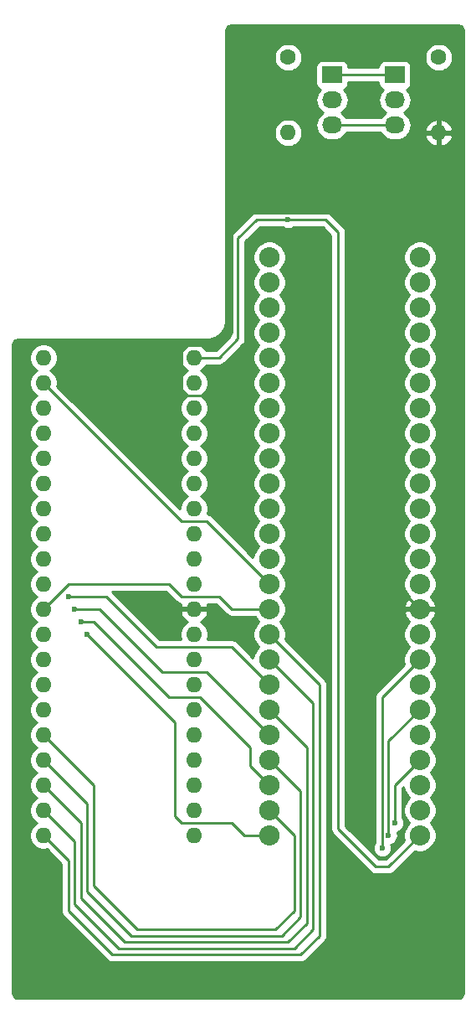
<source format=gbl>
%TF.GenerationSoftware,KiCad,Pcbnew,(5.1.6-0-10_14)*%
%TF.CreationDate,2021-01-24T08:08:00+01:00*%
%TF.ProjectId,27c160,32376331-3630-42e6-9b69-6361645f7063,rev?*%
%TF.SameCoordinates,Original*%
%TF.FileFunction,Copper,L2,Bot*%
%TF.FilePolarity,Positive*%
%FSLAX46Y46*%
G04 Gerber Fmt 4.6, Leading zero omitted, Abs format (unit mm)*
G04 Created by KiCad (PCBNEW (5.1.6-0-10_14)) date 2021-01-24 08:08:00*
%MOMM*%
%LPD*%
G01*
G04 APERTURE LIST*
%TA.AperFunction,ComponentPad*%
%ADD10O,1.600000X1.600000*%
%TD*%
%TA.AperFunction,ComponentPad*%
%ADD11C,1.600000*%
%TD*%
%TA.AperFunction,ComponentPad*%
%ADD12R,2.032000X1.727200*%
%TD*%
%TA.AperFunction,ComponentPad*%
%ADD13O,2.032000X1.727200*%
%TD*%
%TA.AperFunction,ComponentPad*%
%ADD14O,2.050000X2.050000*%
%TD*%
%TA.AperFunction,ViaPad*%
%ADD15C,0.600000*%
%TD*%
%TA.AperFunction,Conductor*%
%ADD16C,0.250000*%
%TD*%
%TA.AperFunction,Conductor*%
%ADD17C,0.254000*%
%TD*%
G04 APERTURE END LIST*
D10*
%TO.P,R2,2*%
%TO.N,/VSS*%
X158115000Y-41402000D03*
D11*
%TO.P,R2,1*%
%TO.N,Net-(P1-Pad3)*%
X158115000Y-33782000D03*
%TD*%
D10*
%TO.P,R1,2*%
%TO.N,/VCC*%
X142875000Y-41402000D03*
D11*
%TO.P,R1,1*%
%TO.N,Net-(P1-Pad1)*%
X142875000Y-33782000D03*
%TD*%
D12*
%TO.P,P1,1*%
%TO.N,Net-(P1-Pad1)*%
X147320000Y-35560000D03*
D13*
%TO.P,P1,2*%
%TO.N,/A19*%
X147320000Y-38100000D03*
%TO.P,P1,3*%
%TO.N,Net-(P1-Pad3)*%
X147320000Y-40640000D03*
%TD*%
D12*
%TO.P,P2,1*%
%TO.N,Net-(P1-Pad1)*%
X153670000Y-35560000D03*
D13*
%TO.P,P2,2*%
%TO.N,/A18*%
X153670000Y-38100000D03*
%TO.P,P2,3*%
%TO.N,Net-(P1-Pad3)*%
X153670000Y-40640000D03*
%TD*%
D14*
%TO.P,U2,48*%
%TO.N,N/C*%
X156210000Y-53975000D03*
%TO.P,U2,47*%
X156210000Y-56515000D03*
%TO.P,U2,46*%
X156210000Y-59055000D03*
%TO.P,U2,45*%
%TO.N,/A19*%
X156210000Y-61595000D03*
%TO.P,U2,44*%
%TO.N,/P29*%
X156210000Y-64135000D03*
%TO.P,U2,43*%
%TO.N,/P31*%
X156210000Y-66675000D03*
%TO.P,U2,42*%
%TO.N,/P32*%
X156210000Y-69215000D03*
%TO.P,U2,41*%
%TO.N,/P33*%
X156210000Y-71755000D03*
%TO.P,U2,1*%
%TO.N,N/C*%
X140970000Y-53975000D03*
%TO.P,U2,2*%
X140970000Y-56515000D03*
%TO.P,U2,3*%
X140970000Y-59055000D03*
%TO.P,U2,4*%
%TO.N,/A18*%
X140970000Y-61595000D03*
%TO.P,U2,5*%
%TO.N,/P39*%
X140970000Y-64135000D03*
%TO.P,U2,6*%
%TO.N,/P28*%
X140970000Y-66675000D03*
%TO.P,U2,7*%
%TO.N,/P27*%
X140970000Y-69215000D03*
%TO.P,U2,8*%
%TO.N,/P26*%
X140970000Y-71755000D03*
%TO.P,U2,9*%
%TO.N,/P25*%
X140970000Y-74295000D03*
%TO.P,U2,10*%
%TO.N,/P24*%
X140970000Y-76835000D03*
%TO.P,U2,11*%
%TO.N,/P23*%
X140970000Y-79375000D03*
%TO.P,U2,12*%
%TO.N,/P22*%
X140970000Y-81915000D03*
%TO.P,U2,13*%
%TO.N,/P21*%
X140970000Y-84455000D03*
%TO.P,U2,14*%
%TO.N,/P2*%
X140970000Y-86995000D03*
%TO.P,U2,15*%
%TO.N,/P11*%
X140970000Y-89535000D03*
%TO.P,U2,16*%
%TO.N,/P20*%
X140970000Y-92075000D03*
%TO.P,U2,17*%
%TO.N,/P19*%
X140970000Y-94615000D03*
%TO.P,U2,18*%
%TO.N,/P10*%
X140970000Y-97155000D03*
%TO.P,U2,19*%
%TO.N,/P18*%
X140970000Y-99695000D03*
%TO.P,U2,20*%
%TO.N,/P9*%
X140970000Y-102235000D03*
%TO.P,U2,21*%
%TO.N,/P17*%
X140970000Y-104775000D03*
%TO.P,U2,22*%
%TO.N,/P8*%
X140970000Y-107315000D03*
%TO.P,U2,23*%
%TO.N,/P16*%
X140970000Y-109855000D03*
%TO.P,U2,24*%
%TO.N,/P7*%
X140970000Y-112395000D03*
%TO.P,U2,25*%
%TO.N,/VCC*%
X156210000Y-112395000D03*
%TO.P,U2,26*%
%TO.N,/P15*%
X156210000Y-109855000D03*
%TO.P,U2,27*%
%TO.N,/P6*%
X156210000Y-107315000D03*
%TO.P,U2,28*%
%TO.N,/P14*%
X156210000Y-104775000D03*
%TO.P,U2,29*%
%TO.N,/P5*%
X156210000Y-102235000D03*
%TO.P,U2,30*%
%TO.N,/P13*%
X156210000Y-99695000D03*
%TO.P,U2,31*%
%TO.N,/P4*%
X156210000Y-97155000D03*
%TO.P,U2,32*%
%TO.N,/P12*%
X156210000Y-94615000D03*
%TO.P,U2,33*%
%TO.N,/P3*%
X156210000Y-92075000D03*
%TO.P,U2,34*%
%TO.N,/VSS*%
X156210000Y-89535000D03*
%TO.P,U2,35*%
%TO.N,/P1*%
X156210000Y-86995000D03*
%TO.P,U2,36*%
%TO.N,/P38*%
X156210000Y-84455000D03*
%TO.P,U2,37*%
%TO.N,/P37*%
X156210000Y-81915000D03*
%TO.P,U2,38*%
%TO.N,/P36*%
X156210000Y-79375000D03*
%TO.P,U2,39*%
%TO.N,/P35*%
X156210000Y-76835000D03*
%TO.P,U2,40*%
%TO.N,/P34*%
X156210000Y-74295000D03*
%TD*%
D10*
%TO.P,U1,1*%
%TO.N,/P1*%
X118110000Y-64135000D03*
%TO.P,U1,2*%
%TO.N,/P2*%
X118110000Y-66675000D03*
%TO.P,U1,3*%
%TO.N,/P3*%
X118110000Y-69215000D03*
%TO.P,U1,4*%
%TO.N,/P4*%
X118110000Y-71755000D03*
%TO.P,U1,5*%
%TO.N,/P5*%
X118110000Y-74295000D03*
%TO.P,U1,6*%
%TO.N,/P6*%
X118110000Y-76835000D03*
%TO.P,U1,7*%
%TO.N,/P7*%
X118110000Y-79375000D03*
%TO.P,U1,8*%
%TO.N,/P8*%
X118110000Y-81915000D03*
%TO.P,U1,9*%
%TO.N,/P9*%
X118110000Y-84455000D03*
%TO.P,U1,10*%
%TO.N,/P10*%
X118110000Y-86995000D03*
%TO.P,U1,11*%
%TO.N,/P11*%
X118110000Y-89535000D03*
%TO.P,U1,12*%
%TO.N,/P12*%
X118110000Y-92075000D03*
%TO.P,U1,13*%
%TO.N,/P13*%
X118110000Y-94615000D03*
%TO.P,U1,14*%
%TO.N,/P14*%
X118110000Y-97155000D03*
%TO.P,U1,15*%
%TO.N,/P15*%
X118110000Y-99695000D03*
%TO.P,U1,16*%
%TO.N,/P16*%
X118110000Y-102235000D03*
%TO.P,U1,17*%
%TO.N,/P17*%
X118110000Y-104775000D03*
%TO.P,U1,18*%
%TO.N,/P18*%
X118110000Y-107315000D03*
%TO.P,U1,19*%
%TO.N,/P19*%
X118110000Y-109855000D03*
%TO.P,U1,20*%
%TO.N,/P20*%
X118110000Y-112395000D03*
%TO.P,U1,21*%
%TO.N,/P21*%
X133350000Y-112395000D03*
%TO.P,U1,22*%
%TO.N,/P22*%
X133350000Y-109855000D03*
%TO.P,U1,23*%
%TO.N,/P23*%
X133350000Y-107315000D03*
%TO.P,U1,24*%
%TO.N,/P24*%
X133350000Y-104775000D03*
%TO.P,U1,25*%
%TO.N,/P25*%
X133350000Y-102235000D03*
%TO.P,U1,26*%
%TO.N,/P26*%
X133350000Y-99695000D03*
%TO.P,U1,27*%
%TO.N,/P27*%
X133350000Y-97155000D03*
%TO.P,U1,28*%
%TO.N,/P28*%
X133350000Y-94615000D03*
%TO.P,U1,29*%
%TO.N,/P29*%
X133350000Y-92075000D03*
%TO.P,U1,30*%
%TO.N,/VSS*%
X133350000Y-89535000D03*
%TO.P,U1,31*%
%TO.N,/P31*%
X133350000Y-86995000D03*
%TO.P,U1,32*%
%TO.N,/P32*%
X133350000Y-84455000D03*
%TO.P,U1,33*%
%TO.N,/P33*%
X133350000Y-81915000D03*
%TO.P,U1,34*%
%TO.N,/P34*%
X133350000Y-79375000D03*
%TO.P,U1,35*%
%TO.N,/P35*%
X133350000Y-76835000D03*
%TO.P,U1,36*%
%TO.N,/P36*%
X133350000Y-74295000D03*
%TO.P,U1,37*%
%TO.N,/P37*%
X133350000Y-71755000D03*
%TO.P,U1,38*%
%TO.N,/P38*%
X133350000Y-69215000D03*
%TO.P,U1,39*%
%TO.N,/P39*%
X133350000Y-66675000D03*
%TO.P,U1,40*%
%TO.N,/VCC*%
X133350000Y-64135000D03*
%TD*%
D15*
%TO.N,/P7*%
X122555000Y-92075000D03*
%TO.N,/P8*%
X121920000Y-90805000D03*
%TO.N,/P9*%
X121285000Y-89535000D03*
%TO.N,/P10*%
X120650000Y-88265000D03*
%TO.N,/P12*%
X152400000Y-113665000D03*
%TO.N,/P13*%
X153035000Y-112395000D03*
%TO.N,/P14*%
X153670000Y-111125000D03*
%TO.N,/VCC*%
X142875000Y-50165000D03*
%TO.N,/VSS*%
X152400000Y-50165000D03*
X134620000Y-67945000D03*
X146050000Y-46228000D03*
X146050000Y-57912000D03*
X146050000Y-68072000D03*
X150622000Y-62738000D03*
X125984000Y-66294000D03*
X117348000Y-117094000D03*
X117348000Y-125730000D03*
X158242000Y-125730000D03*
X158242000Y-117094000D03*
X151130000Y-39624000D03*
X145415000Y-33401000D03*
%TD*%
D16*
%TO.N,/P2*%
X118110000Y-66675000D02*
X132080000Y-80645000D01*
X132080000Y-80645000D02*
X134620000Y-80645000D01*
X134620000Y-80645000D02*
X140970000Y-86995000D01*
%TO.N,/P7*%
X138430000Y-112395000D02*
X140970000Y-112395000D01*
X137160000Y-111125000D02*
X138430000Y-112395000D01*
X132080000Y-111125000D02*
X137160000Y-111125000D01*
X131445000Y-110490000D02*
X132080000Y-111125000D01*
X131445000Y-100965000D02*
X131445000Y-110490000D01*
X122555000Y-92075000D02*
X131445000Y-100965000D01*
%TO.N,/P8*%
X139065000Y-105410000D02*
X140970000Y-107315000D01*
X139065000Y-103505000D02*
X139065000Y-105410000D01*
X133985000Y-98425000D02*
X139065000Y-103505000D01*
X130810000Y-98425000D02*
X133985000Y-98425000D01*
X123190000Y-90805000D02*
X130810000Y-98425000D01*
X121920000Y-90805000D02*
X123190000Y-90805000D01*
%TO.N,/P9*%
X134620000Y-95885000D02*
X140970000Y-102235000D01*
X130175000Y-95885000D02*
X134620000Y-95885000D01*
X123825000Y-89535000D02*
X130175000Y-95885000D01*
X121285000Y-89535000D02*
X123825000Y-89535000D01*
%TO.N,/P10*%
X137160000Y-93345000D02*
X140970000Y-97155000D01*
X129540000Y-93345000D02*
X137160000Y-93345000D01*
X124460000Y-88265000D02*
X129540000Y-93345000D01*
X120650000Y-88265000D02*
X124460000Y-88265000D01*
%TO.N,/P11*%
X118110000Y-89535000D02*
X120650000Y-86995000D01*
X120650000Y-86995000D02*
X130810000Y-86995000D01*
X130810000Y-86995000D02*
X132080000Y-88265000D01*
X137160000Y-89535000D02*
X140970000Y-89535000D01*
X135890000Y-88265000D02*
X137160000Y-89535000D01*
X132080000Y-88265000D02*
X135890000Y-88265000D01*
%TO.N,/P12*%
X152400000Y-113665000D02*
X152400000Y-98425000D01*
X152400000Y-98425000D02*
X156210000Y-94615000D01*
%TO.N,/P13*%
X153035000Y-102870000D02*
X156210000Y-99695000D01*
X153035000Y-112395000D02*
X153035000Y-102870000D01*
%TO.N,/P14*%
X153670000Y-107315000D02*
X156210000Y-104775000D01*
X153670000Y-111125000D02*
X153670000Y-107315000D01*
%TO.N,/P16*%
X141605000Y-121920000D02*
X143510000Y-120015000D01*
X127635000Y-121920000D02*
X141605000Y-121920000D01*
X118110000Y-102235000D02*
X123190000Y-107315000D01*
X123190000Y-107315000D02*
X123190000Y-117475000D01*
X123190000Y-117475000D02*
X127635000Y-121920000D01*
X143510000Y-112395000D02*
X140970000Y-109855000D01*
X143510000Y-120015000D02*
X143510000Y-112395000D01*
%TO.N,/P17*%
X118110000Y-104775000D02*
X122555000Y-109220000D01*
X122555000Y-109220000D02*
X122555000Y-118110000D01*
X122555000Y-118110000D02*
X127000000Y-122555000D01*
X144145000Y-107950000D02*
X140970000Y-104775000D01*
X144145000Y-120650000D02*
X144145000Y-107950000D01*
X142240000Y-122555000D02*
X144145000Y-120650000D01*
X127000000Y-122555000D02*
X142240000Y-122555000D01*
%TO.N,/P18*%
X144780000Y-103505000D02*
X140970000Y-99695000D01*
X144780000Y-121285000D02*
X144780000Y-103505000D01*
X142875000Y-123190000D02*
X144780000Y-121285000D01*
X126365000Y-123190000D02*
X142875000Y-123190000D01*
X121920000Y-118745000D02*
X126365000Y-123190000D01*
X121920000Y-111125000D02*
X121920000Y-118745000D01*
X118110000Y-107315000D02*
X121920000Y-111125000D01*
%TO.N,/P19*%
X118110000Y-109855000D02*
X121285000Y-113030000D01*
X121285000Y-113030000D02*
X121285000Y-119380000D01*
X121285000Y-119380000D02*
X125730000Y-123825000D01*
X145415000Y-99060000D02*
X140970000Y-94615000D01*
X145415000Y-121920000D02*
X145415000Y-99060000D01*
X143510000Y-123825000D02*
X145415000Y-121920000D01*
X125730000Y-123825000D02*
X143510000Y-123825000D01*
%TO.N,/P20*%
X118110000Y-112395000D02*
X120650000Y-114935000D01*
X120650000Y-114935000D02*
X120650000Y-120015000D01*
X120650000Y-120015000D02*
X125095000Y-124460000D01*
X146050000Y-97155000D02*
X140970000Y-92075000D01*
X146050000Y-122555000D02*
X146050000Y-97155000D01*
X144145000Y-124460000D02*
X146050000Y-122555000D01*
X125095000Y-124460000D02*
X144145000Y-124460000D01*
%TO.N,Net-(P1-Pad1)*%
X147320000Y-35560000D02*
X153670000Y-35560000D01*
%TO.N,Net-(P1-Pad3)*%
X153670000Y-40640000D02*
X147320000Y-40640000D01*
%TO.N,/VCC*%
X133350000Y-64135000D02*
X135890000Y-64135000D01*
X147955000Y-111760000D02*
X151765000Y-115570000D01*
X151765000Y-115570000D02*
X153035000Y-115570000D01*
X153035000Y-115570000D02*
X156210000Y-112395000D01*
X147955000Y-69850000D02*
X147955000Y-111760000D01*
X147955000Y-51435000D02*
X147955000Y-69850000D01*
X146685000Y-50165000D02*
X147955000Y-51435000D01*
X139700000Y-50165000D02*
X142875000Y-50165000D01*
X142875000Y-50165000D02*
X146685000Y-50165000D01*
X137795000Y-52070000D02*
X139700000Y-50165000D01*
X137795000Y-62230000D02*
X137795000Y-52070000D01*
X135890000Y-64135000D02*
X137795000Y-62230000D01*
%TO.N,/VSS*%
X153035000Y-73025000D02*
X153035000Y-86360000D01*
X153035000Y-86360000D02*
X156210000Y-89535000D01*
X153035000Y-50800000D02*
X153035000Y-73025000D01*
X151765000Y-49530000D02*
X152400000Y-50165000D01*
X152400000Y-50165000D02*
X153035000Y-50800000D01*
X139065000Y-49530000D02*
X151765000Y-49530000D01*
X137160000Y-51435000D02*
X139065000Y-49530000D01*
X137160000Y-61595000D02*
X137160000Y-51435000D01*
X135890000Y-62865000D02*
X137160000Y-61595000D01*
X132715000Y-62865000D02*
X135890000Y-62865000D01*
X132080000Y-63500000D02*
X132715000Y-62865000D01*
X132080000Y-67310000D02*
X132080000Y-63500000D01*
X132715000Y-67945000D02*
X132080000Y-67310000D01*
X134620000Y-67945000D02*
X132715000Y-67945000D01*
%TD*%
D17*
%TO.N,/VSS*%
G36*
X160132992Y-30544364D02*
G01*
X160241670Y-30577176D01*
X160341918Y-30630479D01*
X160429897Y-30702232D01*
X160502263Y-30789707D01*
X160556263Y-30889579D01*
X160589833Y-30998027D01*
X160605000Y-31142331D01*
X160605001Y-128236486D01*
X160590636Y-128382992D01*
X160557823Y-128491672D01*
X160504522Y-128591917D01*
X160432769Y-128679895D01*
X160345292Y-128752263D01*
X160245420Y-128806263D01*
X160136973Y-128839833D01*
X159992669Y-128855000D01*
X115603504Y-128855000D01*
X115457008Y-128840636D01*
X115348328Y-128807823D01*
X115248083Y-128754522D01*
X115160105Y-128682769D01*
X115087737Y-128595292D01*
X115033737Y-128495420D01*
X115000167Y-128386973D01*
X114985000Y-128242669D01*
X114985000Y-63993665D01*
X116675000Y-63993665D01*
X116675000Y-64276335D01*
X116730147Y-64553574D01*
X116838320Y-64814727D01*
X116995363Y-65049759D01*
X117195241Y-65249637D01*
X117427759Y-65405000D01*
X117195241Y-65560363D01*
X116995363Y-65760241D01*
X116838320Y-65995273D01*
X116730147Y-66256426D01*
X116675000Y-66533665D01*
X116675000Y-66816335D01*
X116730147Y-67093574D01*
X116838320Y-67354727D01*
X116995363Y-67589759D01*
X117195241Y-67789637D01*
X117427759Y-67945000D01*
X117195241Y-68100363D01*
X116995363Y-68300241D01*
X116838320Y-68535273D01*
X116730147Y-68796426D01*
X116675000Y-69073665D01*
X116675000Y-69356335D01*
X116730147Y-69633574D01*
X116838320Y-69894727D01*
X116995363Y-70129759D01*
X117195241Y-70329637D01*
X117427759Y-70485000D01*
X117195241Y-70640363D01*
X116995363Y-70840241D01*
X116838320Y-71075273D01*
X116730147Y-71336426D01*
X116675000Y-71613665D01*
X116675000Y-71896335D01*
X116730147Y-72173574D01*
X116838320Y-72434727D01*
X116995363Y-72669759D01*
X117195241Y-72869637D01*
X117427759Y-73025000D01*
X117195241Y-73180363D01*
X116995363Y-73380241D01*
X116838320Y-73615273D01*
X116730147Y-73876426D01*
X116675000Y-74153665D01*
X116675000Y-74436335D01*
X116730147Y-74713574D01*
X116838320Y-74974727D01*
X116995363Y-75209759D01*
X117195241Y-75409637D01*
X117427759Y-75565000D01*
X117195241Y-75720363D01*
X116995363Y-75920241D01*
X116838320Y-76155273D01*
X116730147Y-76416426D01*
X116675000Y-76693665D01*
X116675000Y-76976335D01*
X116730147Y-77253574D01*
X116838320Y-77514727D01*
X116995363Y-77749759D01*
X117195241Y-77949637D01*
X117427759Y-78105000D01*
X117195241Y-78260363D01*
X116995363Y-78460241D01*
X116838320Y-78695273D01*
X116730147Y-78956426D01*
X116675000Y-79233665D01*
X116675000Y-79516335D01*
X116730147Y-79793574D01*
X116838320Y-80054727D01*
X116995363Y-80289759D01*
X117195241Y-80489637D01*
X117427759Y-80645000D01*
X117195241Y-80800363D01*
X116995363Y-81000241D01*
X116838320Y-81235273D01*
X116730147Y-81496426D01*
X116675000Y-81773665D01*
X116675000Y-82056335D01*
X116730147Y-82333574D01*
X116838320Y-82594727D01*
X116995363Y-82829759D01*
X117195241Y-83029637D01*
X117427759Y-83185000D01*
X117195241Y-83340363D01*
X116995363Y-83540241D01*
X116838320Y-83775273D01*
X116730147Y-84036426D01*
X116675000Y-84313665D01*
X116675000Y-84596335D01*
X116730147Y-84873574D01*
X116838320Y-85134727D01*
X116995363Y-85369759D01*
X117195241Y-85569637D01*
X117427759Y-85725000D01*
X117195241Y-85880363D01*
X116995363Y-86080241D01*
X116838320Y-86315273D01*
X116730147Y-86576426D01*
X116675000Y-86853665D01*
X116675000Y-87136335D01*
X116730147Y-87413574D01*
X116838320Y-87674727D01*
X116995363Y-87909759D01*
X117195241Y-88109637D01*
X117427759Y-88265000D01*
X117195241Y-88420363D01*
X116995363Y-88620241D01*
X116838320Y-88855273D01*
X116730147Y-89116426D01*
X116675000Y-89393665D01*
X116675000Y-89676335D01*
X116730147Y-89953574D01*
X116838320Y-90214727D01*
X116995363Y-90449759D01*
X117195241Y-90649637D01*
X117427759Y-90805000D01*
X117195241Y-90960363D01*
X116995363Y-91160241D01*
X116838320Y-91395273D01*
X116730147Y-91656426D01*
X116675000Y-91933665D01*
X116675000Y-92216335D01*
X116730147Y-92493574D01*
X116838320Y-92754727D01*
X116995363Y-92989759D01*
X117195241Y-93189637D01*
X117427759Y-93345000D01*
X117195241Y-93500363D01*
X116995363Y-93700241D01*
X116838320Y-93935273D01*
X116730147Y-94196426D01*
X116675000Y-94473665D01*
X116675000Y-94756335D01*
X116730147Y-95033574D01*
X116838320Y-95294727D01*
X116995363Y-95529759D01*
X117195241Y-95729637D01*
X117427759Y-95885000D01*
X117195241Y-96040363D01*
X116995363Y-96240241D01*
X116838320Y-96475273D01*
X116730147Y-96736426D01*
X116675000Y-97013665D01*
X116675000Y-97296335D01*
X116730147Y-97573574D01*
X116838320Y-97834727D01*
X116995363Y-98069759D01*
X117195241Y-98269637D01*
X117427759Y-98425000D01*
X117195241Y-98580363D01*
X116995363Y-98780241D01*
X116838320Y-99015273D01*
X116730147Y-99276426D01*
X116675000Y-99553665D01*
X116675000Y-99836335D01*
X116730147Y-100113574D01*
X116838320Y-100374727D01*
X116995363Y-100609759D01*
X117195241Y-100809637D01*
X117427759Y-100965000D01*
X117195241Y-101120363D01*
X116995363Y-101320241D01*
X116838320Y-101555273D01*
X116730147Y-101816426D01*
X116675000Y-102093665D01*
X116675000Y-102376335D01*
X116730147Y-102653574D01*
X116838320Y-102914727D01*
X116995363Y-103149759D01*
X117195241Y-103349637D01*
X117427759Y-103505000D01*
X117195241Y-103660363D01*
X116995363Y-103860241D01*
X116838320Y-104095273D01*
X116730147Y-104356426D01*
X116675000Y-104633665D01*
X116675000Y-104916335D01*
X116730147Y-105193574D01*
X116838320Y-105454727D01*
X116995363Y-105689759D01*
X117195241Y-105889637D01*
X117427759Y-106045000D01*
X117195241Y-106200363D01*
X116995363Y-106400241D01*
X116838320Y-106635273D01*
X116730147Y-106896426D01*
X116675000Y-107173665D01*
X116675000Y-107456335D01*
X116730147Y-107733574D01*
X116838320Y-107994727D01*
X116995363Y-108229759D01*
X117195241Y-108429637D01*
X117427759Y-108585000D01*
X117195241Y-108740363D01*
X116995363Y-108940241D01*
X116838320Y-109175273D01*
X116730147Y-109436426D01*
X116675000Y-109713665D01*
X116675000Y-109996335D01*
X116730147Y-110273574D01*
X116838320Y-110534727D01*
X116995363Y-110769759D01*
X117195241Y-110969637D01*
X117427759Y-111125000D01*
X117195241Y-111280363D01*
X116995363Y-111480241D01*
X116838320Y-111715273D01*
X116730147Y-111976426D01*
X116675000Y-112253665D01*
X116675000Y-112536335D01*
X116730147Y-112813574D01*
X116838320Y-113074727D01*
X116995363Y-113309759D01*
X117195241Y-113509637D01*
X117430273Y-113666680D01*
X117691426Y-113774853D01*
X117968665Y-113830000D01*
X118251335Y-113830000D01*
X118433886Y-113793688D01*
X119890000Y-115249803D01*
X119890001Y-119977668D01*
X119886324Y-120015000D01*
X119890001Y-120052332D01*
X119890001Y-120052333D01*
X119897553Y-120129003D01*
X119900998Y-120163985D01*
X119944454Y-120307246D01*
X120015026Y-120439276D01*
X120065694Y-120501014D01*
X120110000Y-120555001D01*
X120138998Y-120578799D01*
X124531201Y-124971003D01*
X124554999Y-125000001D01*
X124670724Y-125094974D01*
X124802753Y-125165546D01*
X124946014Y-125209003D01*
X125057667Y-125220000D01*
X125057676Y-125220000D01*
X125094999Y-125223676D01*
X125132322Y-125220000D01*
X144107678Y-125220000D01*
X144145000Y-125223676D01*
X144182322Y-125220000D01*
X144182333Y-125220000D01*
X144293986Y-125209003D01*
X144437247Y-125165546D01*
X144569276Y-125094974D01*
X144685001Y-125000001D01*
X144708804Y-124970997D01*
X146561004Y-123118798D01*
X146590001Y-123095001D01*
X146684974Y-122979276D01*
X146755546Y-122847247D01*
X146799003Y-122703986D01*
X146810000Y-122592333D01*
X146810000Y-122592323D01*
X146813676Y-122555000D01*
X146810000Y-122517677D01*
X146810000Y-97192323D01*
X146813676Y-97155000D01*
X146810000Y-97117677D01*
X146810000Y-97117667D01*
X146799003Y-97006014D01*
X146755546Y-96862753D01*
X146688022Y-96736426D01*
X146684974Y-96730723D01*
X146613799Y-96643997D01*
X146590001Y-96614999D01*
X146561003Y-96591201D01*
X142555311Y-92585510D01*
X142566207Y-92559204D01*
X142630000Y-92238496D01*
X142630000Y-91911504D01*
X142566207Y-91590796D01*
X142441073Y-91288695D01*
X142259406Y-91016812D01*
X142047594Y-90805000D01*
X142259406Y-90593188D01*
X142441073Y-90321305D01*
X142566207Y-90019204D01*
X142630000Y-89698496D01*
X142630000Y-89371504D01*
X142566207Y-89050796D01*
X142441073Y-88748695D01*
X142259406Y-88476812D01*
X142047594Y-88265000D01*
X142259406Y-88053188D01*
X142441073Y-87781305D01*
X142566207Y-87479204D01*
X142630000Y-87158496D01*
X142630000Y-86831504D01*
X142566207Y-86510796D01*
X142441073Y-86208695D01*
X142259406Y-85936812D01*
X142047594Y-85725000D01*
X142259406Y-85513188D01*
X142441073Y-85241305D01*
X142566207Y-84939204D01*
X142630000Y-84618496D01*
X142630000Y-84291504D01*
X142566207Y-83970796D01*
X142441073Y-83668695D01*
X142259406Y-83396812D01*
X142047594Y-83185000D01*
X142259406Y-82973188D01*
X142441073Y-82701305D01*
X142566207Y-82399204D01*
X142630000Y-82078496D01*
X142630000Y-81751504D01*
X142566207Y-81430796D01*
X142441073Y-81128695D01*
X142259406Y-80856812D01*
X142047594Y-80645000D01*
X142259406Y-80433188D01*
X142441073Y-80161305D01*
X142566207Y-79859204D01*
X142630000Y-79538496D01*
X142630000Y-79211504D01*
X142566207Y-78890796D01*
X142441073Y-78588695D01*
X142259406Y-78316812D01*
X142047594Y-78105000D01*
X142259406Y-77893188D01*
X142441073Y-77621305D01*
X142566207Y-77319204D01*
X142630000Y-76998496D01*
X142630000Y-76671504D01*
X142566207Y-76350796D01*
X142441073Y-76048695D01*
X142259406Y-75776812D01*
X142047594Y-75565000D01*
X142259406Y-75353188D01*
X142441073Y-75081305D01*
X142566207Y-74779204D01*
X142630000Y-74458496D01*
X142630000Y-74131504D01*
X142566207Y-73810796D01*
X142441073Y-73508695D01*
X142259406Y-73236812D01*
X142047594Y-73025000D01*
X142259406Y-72813188D01*
X142441073Y-72541305D01*
X142566207Y-72239204D01*
X142630000Y-71918496D01*
X142630000Y-71591504D01*
X142566207Y-71270796D01*
X142441073Y-70968695D01*
X142259406Y-70696812D01*
X142047594Y-70485000D01*
X142259406Y-70273188D01*
X142441073Y-70001305D01*
X142566207Y-69699204D01*
X142630000Y-69378496D01*
X142630000Y-69051504D01*
X142566207Y-68730796D01*
X142441073Y-68428695D01*
X142259406Y-68156812D01*
X142047594Y-67945000D01*
X142259406Y-67733188D01*
X142441073Y-67461305D01*
X142566207Y-67159204D01*
X142630000Y-66838496D01*
X142630000Y-66511504D01*
X142566207Y-66190796D01*
X142441073Y-65888695D01*
X142259406Y-65616812D01*
X142047594Y-65405000D01*
X142259406Y-65193188D01*
X142441073Y-64921305D01*
X142566207Y-64619204D01*
X142630000Y-64298496D01*
X142630000Y-63971504D01*
X142566207Y-63650796D01*
X142441073Y-63348695D01*
X142259406Y-63076812D01*
X142047594Y-62865000D01*
X142259406Y-62653188D01*
X142441073Y-62381305D01*
X142566207Y-62079204D01*
X142630000Y-61758496D01*
X142630000Y-61431504D01*
X142566207Y-61110796D01*
X142441073Y-60808695D01*
X142259406Y-60536812D01*
X142047594Y-60325000D01*
X142259406Y-60113188D01*
X142441073Y-59841305D01*
X142566207Y-59539204D01*
X142630000Y-59218496D01*
X142630000Y-58891504D01*
X142566207Y-58570796D01*
X142441073Y-58268695D01*
X142259406Y-57996812D01*
X142047594Y-57785000D01*
X142259406Y-57573188D01*
X142441073Y-57301305D01*
X142566207Y-56999204D01*
X142630000Y-56678496D01*
X142630000Y-56351504D01*
X142566207Y-56030796D01*
X142441073Y-55728695D01*
X142259406Y-55456812D01*
X142047594Y-55245000D01*
X142259406Y-55033188D01*
X142441073Y-54761305D01*
X142566207Y-54459204D01*
X142630000Y-54138496D01*
X142630000Y-53811504D01*
X142566207Y-53490796D01*
X142441073Y-53188695D01*
X142259406Y-52916812D01*
X142028188Y-52685594D01*
X141756305Y-52503927D01*
X141454204Y-52378793D01*
X141133496Y-52315000D01*
X140806504Y-52315000D01*
X140485796Y-52378793D01*
X140183695Y-52503927D01*
X139911812Y-52685594D01*
X139680594Y-52916812D01*
X139498927Y-53188695D01*
X139373793Y-53490796D01*
X139310000Y-53811504D01*
X139310000Y-54138496D01*
X139373793Y-54459204D01*
X139498927Y-54761305D01*
X139680594Y-55033188D01*
X139892406Y-55245000D01*
X139680594Y-55456812D01*
X139498927Y-55728695D01*
X139373793Y-56030796D01*
X139310000Y-56351504D01*
X139310000Y-56678496D01*
X139373793Y-56999204D01*
X139498927Y-57301305D01*
X139680594Y-57573188D01*
X139892406Y-57785000D01*
X139680594Y-57996812D01*
X139498927Y-58268695D01*
X139373793Y-58570796D01*
X139310000Y-58891504D01*
X139310000Y-59218496D01*
X139373793Y-59539204D01*
X139498927Y-59841305D01*
X139680594Y-60113188D01*
X139892406Y-60325000D01*
X139680594Y-60536812D01*
X139498927Y-60808695D01*
X139373793Y-61110796D01*
X139310000Y-61431504D01*
X139310000Y-61758496D01*
X139373793Y-62079204D01*
X139498927Y-62381305D01*
X139680594Y-62653188D01*
X139892406Y-62865000D01*
X139680594Y-63076812D01*
X139498927Y-63348695D01*
X139373793Y-63650796D01*
X139310000Y-63971504D01*
X139310000Y-64298496D01*
X139373793Y-64619204D01*
X139498927Y-64921305D01*
X139680594Y-65193188D01*
X139892406Y-65405000D01*
X139680594Y-65616812D01*
X139498927Y-65888695D01*
X139373793Y-66190796D01*
X139310000Y-66511504D01*
X139310000Y-66838496D01*
X139373793Y-67159204D01*
X139498927Y-67461305D01*
X139680594Y-67733188D01*
X139892406Y-67945000D01*
X139680594Y-68156812D01*
X139498927Y-68428695D01*
X139373793Y-68730796D01*
X139310000Y-69051504D01*
X139310000Y-69378496D01*
X139373793Y-69699204D01*
X139498927Y-70001305D01*
X139680594Y-70273188D01*
X139892406Y-70485000D01*
X139680594Y-70696812D01*
X139498927Y-70968695D01*
X139373793Y-71270796D01*
X139310000Y-71591504D01*
X139310000Y-71918496D01*
X139373793Y-72239204D01*
X139498927Y-72541305D01*
X139680594Y-72813188D01*
X139892406Y-73025000D01*
X139680594Y-73236812D01*
X139498927Y-73508695D01*
X139373793Y-73810796D01*
X139310000Y-74131504D01*
X139310000Y-74458496D01*
X139373793Y-74779204D01*
X139498927Y-75081305D01*
X139680594Y-75353188D01*
X139892406Y-75565000D01*
X139680594Y-75776812D01*
X139498927Y-76048695D01*
X139373793Y-76350796D01*
X139310000Y-76671504D01*
X139310000Y-76998496D01*
X139373793Y-77319204D01*
X139498927Y-77621305D01*
X139680594Y-77893188D01*
X139892406Y-78105000D01*
X139680594Y-78316812D01*
X139498927Y-78588695D01*
X139373793Y-78890796D01*
X139310000Y-79211504D01*
X139310000Y-79538496D01*
X139373793Y-79859204D01*
X139498927Y-80161305D01*
X139680594Y-80433188D01*
X139892406Y-80645000D01*
X139680594Y-80856812D01*
X139498927Y-81128695D01*
X139373793Y-81430796D01*
X139310000Y-81751504D01*
X139310000Y-82078496D01*
X139373793Y-82399204D01*
X139498927Y-82701305D01*
X139680594Y-82973188D01*
X139892406Y-83185000D01*
X139680594Y-83396812D01*
X139498927Y-83668695D01*
X139373793Y-83970796D01*
X139315194Y-84265392D01*
X135183804Y-80134003D01*
X135160001Y-80104999D01*
X135044276Y-80010026D01*
X134912247Y-79939454D01*
X134768986Y-79895997D01*
X134690625Y-79888279D01*
X134729853Y-79793574D01*
X134785000Y-79516335D01*
X134785000Y-79233665D01*
X134729853Y-78956426D01*
X134621680Y-78695273D01*
X134464637Y-78460241D01*
X134264759Y-78260363D01*
X134032241Y-78105000D01*
X134264759Y-77949637D01*
X134464637Y-77749759D01*
X134621680Y-77514727D01*
X134729853Y-77253574D01*
X134785000Y-76976335D01*
X134785000Y-76693665D01*
X134729853Y-76416426D01*
X134621680Y-76155273D01*
X134464637Y-75920241D01*
X134264759Y-75720363D01*
X134032241Y-75565000D01*
X134264759Y-75409637D01*
X134464637Y-75209759D01*
X134621680Y-74974727D01*
X134729853Y-74713574D01*
X134785000Y-74436335D01*
X134785000Y-74153665D01*
X134729853Y-73876426D01*
X134621680Y-73615273D01*
X134464637Y-73380241D01*
X134264759Y-73180363D01*
X134032241Y-73025000D01*
X134264759Y-72869637D01*
X134464637Y-72669759D01*
X134621680Y-72434727D01*
X134729853Y-72173574D01*
X134785000Y-71896335D01*
X134785000Y-71613665D01*
X134729853Y-71336426D01*
X134621680Y-71075273D01*
X134464637Y-70840241D01*
X134264759Y-70640363D01*
X134032241Y-70485000D01*
X134264759Y-70329637D01*
X134464637Y-70129759D01*
X134621680Y-69894727D01*
X134729853Y-69633574D01*
X134785000Y-69356335D01*
X134785000Y-69073665D01*
X134729853Y-68796426D01*
X134621680Y-68535273D01*
X134464637Y-68300241D01*
X134264759Y-68100363D01*
X134032241Y-67945000D01*
X134264759Y-67789637D01*
X134464637Y-67589759D01*
X134621680Y-67354727D01*
X134729853Y-67093574D01*
X134785000Y-66816335D01*
X134785000Y-66533665D01*
X134729853Y-66256426D01*
X134621680Y-65995273D01*
X134464637Y-65760241D01*
X134264759Y-65560363D01*
X134032241Y-65405000D01*
X134264759Y-65249637D01*
X134464637Y-65049759D01*
X134568043Y-64895000D01*
X135852678Y-64895000D01*
X135890000Y-64898676D01*
X135927322Y-64895000D01*
X135927333Y-64895000D01*
X136038986Y-64884003D01*
X136182247Y-64840546D01*
X136314276Y-64769974D01*
X136430001Y-64675001D01*
X136453804Y-64645997D01*
X138306004Y-62793798D01*
X138335001Y-62770001D01*
X138429974Y-62654276D01*
X138500546Y-62522247D01*
X138544003Y-62378986D01*
X138555000Y-62267333D01*
X138555000Y-62267323D01*
X138558676Y-62230000D01*
X138555000Y-62192677D01*
X138555000Y-52384801D01*
X140014802Y-50925000D01*
X142329465Y-50925000D01*
X142432111Y-50993586D01*
X142602271Y-51064068D01*
X142782911Y-51100000D01*
X142967089Y-51100000D01*
X143147729Y-51064068D01*
X143317889Y-50993586D01*
X143420535Y-50925000D01*
X146370199Y-50925000D01*
X147195000Y-51749802D01*
X147195001Y-69812658D01*
X147195000Y-69812668D01*
X147195001Y-111722667D01*
X147191324Y-111760000D01*
X147195001Y-111797333D01*
X147202553Y-111874003D01*
X147205998Y-111908985D01*
X147249454Y-112052246D01*
X147320026Y-112184276D01*
X147376973Y-112253665D01*
X147415000Y-112300001D01*
X147443998Y-112323799D01*
X151201201Y-116081003D01*
X151224999Y-116110001D01*
X151340724Y-116204974D01*
X151472753Y-116275546D01*
X151616014Y-116319003D01*
X151727667Y-116330000D01*
X151727675Y-116330000D01*
X151765000Y-116333676D01*
X151802325Y-116330000D01*
X152997678Y-116330000D01*
X153035000Y-116333676D01*
X153072322Y-116330000D01*
X153072333Y-116330000D01*
X153183986Y-116319003D01*
X153327247Y-116275546D01*
X153459276Y-116204974D01*
X153575001Y-116110001D01*
X153598804Y-116080997D01*
X155699491Y-113980311D01*
X155725796Y-113991207D01*
X156046504Y-114055000D01*
X156373496Y-114055000D01*
X156694204Y-113991207D01*
X156996305Y-113866073D01*
X157268188Y-113684406D01*
X157499406Y-113453188D01*
X157681073Y-113181305D01*
X157806207Y-112879204D01*
X157870000Y-112558496D01*
X157870000Y-112231504D01*
X157806207Y-111910796D01*
X157681073Y-111608695D01*
X157499406Y-111336812D01*
X157287594Y-111125000D01*
X157499406Y-110913188D01*
X157681073Y-110641305D01*
X157806207Y-110339204D01*
X157870000Y-110018496D01*
X157870000Y-109691504D01*
X157806207Y-109370796D01*
X157681073Y-109068695D01*
X157499406Y-108796812D01*
X157287594Y-108585000D01*
X157499406Y-108373188D01*
X157681073Y-108101305D01*
X157806207Y-107799204D01*
X157870000Y-107478496D01*
X157870000Y-107151504D01*
X157806207Y-106830796D01*
X157681073Y-106528695D01*
X157499406Y-106256812D01*
X157287594Y-106045000D01*
X157499406Y-105833188D01*
X157681073Y-105561305D01*
X157806207Y-105259204D01*
X157870000Y-104938496D01*
X157870000Y-104611504D01*
X157806207Y-104290796D01*
X157681073Y-103988695D01*
X157499406Y-103716812D01*
X157287594Y-103505000D01*
X157499406Y-103293188D01*
X157681073Y-103021305D01*
X157806207Y-102719204D01*
X157870000Y-102398496D01*
X157870000Y-102071504D01*
X157806207Y-101750796D01*
X157681073Y-101448695D01*
X157499406Y-101176812D01*
X157287594Y-100965000D01*
X157499406Y-100753188D01*
X157681073Y-100481305D01*
X157806207Y-100179204D01*
X157870000Y-99858496D01*
X157870000Y-99531504D01*
X157806207Y-99210796D01*
X157681073Y-98908695D01*
X157499406Y-98636812D01*
X157287594Y-98425000D01*
X157499406Y-98213188D01*
X157681073Y-97941305D01*
X157806207Y-97639204D01*
X157870000Y-97318496D01*
X157870000Y-96991504D01*
X157806207Y-96670796D01*
X157681073Y-96368695D01*
X157499406Y-96096812D01*
X157287594Y-95885000D01*
X157499406Y-95673188D01*
X157681073Y-95401305D01*
X157806207Y-95099204D01*
X157870000Y-94778496D01*
X157870000Y-94451504D01*
X157806207Y-94130796D01*
X157681073Y-93828695D01*
X157499406Y-93556812D01*
X157287594Y-93345000D01*
X157499406Y-93133188D01*
X157681073Y-92861305D01*
X157806207Y-92559204D01*
X157870000Y-92238496D01*
X157870000Y-91911504D01*
X157806207Y-91590796D01*
X157681073Y-91288695D01*
X157499406Y-91016812D01*
X157278249Y-90795655D01*
X157426768Y-90664197D01*
X157623684Y-90405120D01*
X157766272Y-90112605D01*
X157824890Y-89919357D01*
X157705868Y-89662000D01*
X156337000Y-89662000D01*
X156337000Y-89682000D01*
X156083000Y-89682000D01*
X156083000Y-89662000D01*
X154714132Y-89662000D01*
X154595110Y-89919357D01*
X154653728Y-90112605D01*
X154796316Y-90405120D01*
X154993232Y-90664197D01*
X155141751Y-90795655D01*
X154920594Y-91016812D01*
X154738927Y-91288695D01*
X154613793Y-91590796D01*
X154550000Y-91911504D01*
X154550000Y-92238496D01*
X154613793Y-92559204D01*
X154738927Y-92861305D01*
X154920594Y-93133188D01*
X155132406Y-93345000D01*
X154920594Y-93556812D01*
X154738927Y-93828695D01*
X154613793Y-94130796D01*
X154550000Y-94451504D01*
X154550000Y-94778496D01*
X154613793Y-95099204D01*
X154624689Y-95125509D01*
X151888998Y-97861201D01*
X151860000Y-97884999D01*
X151836202Y-97913997D01*
X151836201Y-97913998D01*
X151765026Y-98000724D01*
X151694454Y-98132754D01*
X151670056Y-98213188D01*
X151650998Y-98276014D01*
X151647144Y-98315147D01*
X151636324Y-98425000D01*
X151640001Y-98462333D01*
X151640000Y-113119465D01*
X151571414Y-113222111D01*
X151500932Y-113392271D01*
X151465000Y-113572911D01*
X151465000Y-113757089D01*
X151500932Y-113937729D01*
X151571414Y-114107889D01*
X151673738Y-114261028D01*
X151803972Y-114391262D01*
X151957111Y-114493586D01*
X152127271Y-114564068D01*
X152307911Y-114600000D01*
X152492089Y-114600000D01*
X152672729Y-114564068D01*
X152842889Y-114493586D01*
X152996028Y-114391262D01*
X153126262Y-114261028D01*
X153228586Y-114107889D01*
X153299068Y-113937729D01*
X153335000Y-113757089D01*
X153335000Y-113572911D01*
X153299068Y-113392271D01*
X153262147Y-113303135D01*
X153307729Y-113294068D01*
X153477889Y-113223586D01*
X153631028Y-113121262D01*
X153761262Y-112991028D01*
X153863586Y-112837889D01*
X153934068Y-112667729D01*
X153970000Y-112487089D01*
X153970000Y-112302911D01*
X153934068Y-112122271D01*
X153897147Y-112033135D01*
X153942729Y-112024068D01*
X154112889Y-111953586D01*
X154266028Y-111851262D01*
X154396262Y-111721028D01*
X154498586Y-111567889D01*
X154569068Y-111397729D01*
X154605000Y-111217089D01*
X154605000Y-111032911D01*
X154569068Y-110852271D01*
X154498586Y-110682111D01*
X154430000Y-110579465D01*
X154430000Y-107629801D01*
X154555194Y-107504607D01*
X154613793Y-107799204D01*
X154738927Y-108101305D01*
X154920594Y-108373188D01*
X155132406Y-108585000D01*
X154920594Y-108796812D01*
X154738927Y-109068695D01*
X154613793Y-109370796D01*
X154550000Y-109691504D01*
X154550000Y-110018496D01*
X154613793Y-110339204D01*
X154738927Y-110641305D01*
X154920594Y-110913188D01*
X155132406Y-111125000D01*
X154920594Y-111336812D01*
X154738927Y-111608695D01*
X154613793Y-111910796D01*
X154550000Y-112231504D01*
X154550000Y-112558496D01*
X154613793Y-112879204D01*
X154624689Y-112905509D01*
X152720199Y-114810000D01*
X152079802Y-114810000D01*
X148715000Y-111445199D01*
X148715000Y-53811504D01*
X154550000Y-53811504D01*
X154550000Y-54138496D01*
X154613793Y-54459204D01*
X154738927Y-54761305D01*
X154920594Y-55033188D01*
X155132406Y-55245000D01*
X154920594Y-55456812D01*
X154738927Y-55728695D01*
X154613793Y-56030796D01*
X154550000Y-56351504D01*
X154550000Y-56678496D01*
X154613793Y-56999204D01*
X154738927Y-57301305D01*
X154920594Y-57573188D01*
X155132406Y-57785000D01*
X154920594Y-57996812D01*
X154738927Y-58268695D01*
X154613793Y-58570796D01*
X154550000Y-58891504D01*
X154550000Y-59218496D01*
X154613793Y-59539204D01*
X154738927Y-59841305D01*
X154920594Y-60113188D01*
X155132406Y-60325000D01*
X154920594Y-60536812D01*
X154738927Y-60808695D01*
X154613793Y-61110796D01*
X154550000Y-61431504D01*
X154550000Y-61758496D01*
X154613793Y-62079204D01*
X154738927Y-62381305D01*
X154920594Y-62653188D01*
X155132406Y-62865000D01*
X154920594Y-63076812D01*
X154738927Y-63348695D01*
X154613793Y-63650796D01*
X154550000Y-63971504D01*
X154550000Y-64298496D01*
X154613793Y-64619204D01*
X154738927Y-64921305D01*
X154920594Y-65193188D01*
X155132406Y-65405000D01*
X154920594Y-65616812D01*
X154738927Y-65888695D01*
X154613793Y-66190796D01*
X154550000Y-66511504D01*
X154550000Y-66838496D01*
X154613793Y-67159204D01*
X154738927Y-67461305D01*
X154920594Y-67733188D01*
X155132406Y-67945000D01*
X154920594Y-68156812D01*
X154738927Y-68428695D01*
X154613793Y-68730796D01*
X154550000Y-69051504D01*
X154550000Y-69378496D01*
X154613793Y-69699204D01*
X154738927Y-70001305D01*
X154920594Y-70273188D01*
X155132406Y-70485000D01*
X154920594Y-70696812D01*
X154738927Y-70968695D01*
X154613793Y-71270796D01*
X154550000Y-71591504D01*
X154550000Y-71918496D01*
X154613793Y-72239204D01*
X154738927Y-72541305D01*
X154920594Y-72813188D01*
X155132406Y-73025000D01*
X154920594Y-73236812D01*
X154738927Y-73508695D01*
X154613793Y-73810796D01*
X154550000Y-74131504D01*
X154550000Y-74458496D01*
X154613793Y-74779204D01*
X154738927Y-75081305D01*
X154920594Y-75353188D01*
X155132406Y-75565000D01*
X154920594Y-75776812D01*
X154738927Y-76048695D01*
X154613793Y-76350796D01*
X154550000Y-76671504D01*
X154550000Y-76998496D01*
X154613793Y-77319204D01*
X154738927Y-77621305D01*
X154920594Y-77893188D01*
X155132406Y-78105000D01*
X154920594Y-78316812D01*
X154738927Y-78588695D01*
X154613793Y-78890796D01*
X154550000Y-79211504D01*
X154550000Y-79538496D01*
X154613793Y-79859204D01*
X154738927Y-80161305D01*
X154920594Y-80433188D01*
X155132406Y-80645000D01*
X154920594Y-80856812D01*
X154738927Y-81128695D01*
X154613793Y-81430796D01*
X154550000Y-81751504D01*
X154550000Y-82078496D01*
X154613793Y-82399204D01*
X154738927Y-82701305D01*
X154920594Y-82973188D01*
X155132406Y-83185000D01*
X154920594Y-83396812D01*
X154738927Y-83668695D01*
X154613793Y-83970796D01*
X154550000Y-84291504D01*
X154550000Y-84618496D01*
X154613793Y-84939204D01*
X154738927Y-85241305D01*
X154920594Y-85513188D01*
X155132406Y-85725000D01*
X154920594Y-85936812D01*
X154738927Y-86208695D01*
X154613793Y-86510796D01*
X154550000Y-86831504D01*
X154550000Y-87158496D01*
X154613793Y-87479204D01*
X154738927Y-87781305D01*
X154920594Y-88053188D01*
X155141751Y-88274345D01*
X154993232Y-88405803D01*
X154796316Y-88664880D01*
X154653728Y-88957395D01*
X154595110Y-89150643D01*
X154714132Y-89408000D01*
X156083000Y-89408000D01*
X156083000Y-89388000D01*
X156337000Y-89388000D01*
X156337000Y-89408000D01*
X157705868Y-89408000D01*
X157824890Y-89150643D01*
X157766272Y-88957395D01*
X157623684Y-88664880D01*
X157426768Y-88405803D01*
X157278249Y-88274345D01*
X157499406Y-88053188D01*
X157681073Y-87781305D01*
X157806207Y-87479204D01*
X157870000Y-87158496D01*
X157870000Y-86831504D01*
X157806207Y-86510796D01*
X157681073Y-86208695D01*
X157499406Y-85936812D01*
X157287594Y-85725000D01*
X157499406Y-85513188D01*
X157681073Y-85241305D01*
X157806207Y-84939204D01*
X157870000Y-84618496D01*
X157870000Y-84291504D01*
X157806207Y-83970796D01*
X157681073Y-83668695D01*
X157499406Y-83396812D01*
X157287594Y-83185000D01*
X157499406Y-82973188D01*
X157681073Y-82701305D01*
X157806207Y-82399204D01*
X157870000Y-82078496D01*
X157870000Y-81751504D01*
X157806207Y-81430796D01*
X157681073Y-81128695D01*
X157499406Y-80856812D01*
X157287594Y-80645000D01*
X157499406Y-80433188D01*
X157681073Y-80161305D01*
X157806207Y-79859204D01*
X157870000Y-79538496D01*
X157870000Y-79211504D01*
X157806207Y-78890796D01*
X157681073Y-78588695D01*
X157499406Y-78316812D01*
X157287594Y-78105000D01*
X157499406Y-77893188D01*
X157681073Y-77621305D01*
X157806207Y-77319204D01*
X157870000Y-76998496D01*
X157870000Y-76671504D01*
X157806207Y-76350796D01*
X157681073Y-76048695D01*
X157499406Y-75776812D01*
X157287594Y-75565000D01*
X157499406Y-75353188D01*
X157681073Y-75081305D01*
X157806207Y-74779204D01*
X157870000Y-74458496D01*
X157870000Y-74131504D01*
X157806207Y-73810796D01*
X157681073Y-73508695D01*
X157499406Y-73236812D01*
X157287594Y-73025000D01*
X157499406Y-72813188D01*
X157681073Y-72541305D01*
X157806207Y-72239204D01*
X157870000Y-71918496D01*
X157870000Y-71591504D01*
X157806207Y-71270796D01*
X157681073Y-70968695D01*
X157499406Y-70696812D01*
X157287594Y-70485000D01*
X157499406Y-70273188D01*
X157681073Y-70001305D01*
X157806207Y-69699204D01*
X157870000Y-69378496D01*
X157870000Y-69051504D01*
X157806207Y-68730796D01*
X157681073Y-68428695D01*
X157499406Y-68156812D01*
X157287594Y-67945000D01*
X157499406Y-67733188D01*
X157681073Y-67461305D01*
X157806207Y-67159204D01*
X157870000Y-66838496D01*
X157870000Y-66511504D01*
X157806207Y-66190796D01*
X157681073Y-65888695D01*
X157499406Y-65616812D01*
X157287594Y-65405000D01*
X157499406Y-65193188D01*
X157681073Y-64921305D01*
X157806207Y-64619204D01*
X157870000Y-64298496D01*
X157870000Y-63971504D01*
X157806207Y-63650796D01*
X157681073Y-63348695D01*
X157499406Y-63076812D01*
X157287594Y-62865000D01*
X157499406Y-62653188D01*
X157681073Y-62381305D01*
X157806207Y-62079204D01*
X157870000Y-61758496D01*
X157870000Y-61431504D01*
X157806207Y-61110796D01*
X157681073Y-60808695D01*
X157499406Y-60536812D01*
X157287594Y-60325000D01*
X157499406Y-60113188D01*
X157681073Y-59841305D01*
X157806207Y-59539204D01*
X157870000Y-59218496D01*
X157870000Y-58891504D01*
X157806207Y-58570796D01*
X157681073Y-58268695D01*
X157499406Y-57996812D01*
X157287594Y-57785000D01*
X157499406Y-57573188D01*
X157681073Y-57301305D01*
X157806207Y-56999204D01*
X157870000Y-56678496D01*
X157870000Y-56351504D01*
X157806207Y-56030796D01*
X157681073Y-55728695D01*
X157499406Y-55456812D01*
X157287594Y-55245000D01*
X157499406Y-55033188D01*
X157681073Y-54761305D01*
X157806207Y-54459204D01*
X157870000Y-54138496D01*
X157870000Y-53811504D01*
X157806207Y-53490796D01*
X157681073Y-53188695D01*
X157499406Y-52916812D01*
X157268188Y-52685594D01*
X156996305Y-52503927D01*
X156694204Y-52378793D01*
X156373496Y-52315000D01*
X156046504Y-52315000D01*
X155725796Y-52378793D01*
X155423695Y-52503927D01*
X155151812Y-52685594D01*
X154920594Y-52916812D01*
X154738927Y-53188695D01*
X154613793Y-53490796D01*
X154550000Y-53811504D01*
X148715000Y-53811504D01*
X148715000Y-51472322D01*
X148718676Y-51434999D01*
X148715000Y-51397676D01*
X148715000Y-51397667D01*
X148704003Y-51286014D01*
X148660546Y-51142753D01*
X148589974Y-51010724D01*
X148495001Y-50894999D01*
X148466004Y-50871202D01*
X147248804Y-49654003D01*
X147225001Y-49624999D01*
X147109276Y-49530026D01*
X146977247Y-49459454D01*
X146833986Y-49415997D01*
X146722333Y-49405000D01*
X146722322Y-49405000D01*
X146685000Y-49401324D01*
X146647678Y-49405000D01*
X143420535Y-49405000D01*
X143317889Y-49336414D01*
X143147729Y-49265932D01*
X142967089Y-49230000D01*
X142782911Y-49230000D01*
X142602271Y-49265932D01*
X142432111Y-49336414D01*
X142329465Y-49405000D01*
X139737323Y-49405000D01*
X139700000Y-49401324D01*
X139662677Y-49405000D01*
X139662667Y-49405000D01*
X139551014Y-49415997D01*
X139407753Y-49459454D01*
X139275724Y-49530026D01*
X139159999Y-49624999D01*
X139136201Y-49653997D01*
X137283998Y-51506201D01*
X137255000Y-51529999D01*
X137231202Y-51558997D01*
X137231201Y-51558998D01*
X137160026Y-51645724D01*
X137089454Y-51777754D01*
X137045998Y-51921015D01*
X137031324Y-52070000D01*
X137035001Y-52107332D01*
X137035000Y-61915198D01*
X135575199Y-63375000D01*
X134568043Y-63375000D01*
X134464637Y-63220241D01*
X134264759Y-63020363D01*
X134029727Y-62863320D01*
X133768574Y-62755147D01*
X133491335Y-62700000D01*
X133208665Y-62700000D01*
X132931426Y-62755147D01*
X132670273Y-62863320D01*
X132435241Y-63020363D01*
X132235363Y-63220241D01*
X132078320Y-63455273D01*
X131970147Y-63716426D01*
X131915000Y-63993665D01*
X131915000Y-64276335D01*
X131970147Y-64553574D01*
X132078320Y-64814727D01*
X132235363Y-65049759D01*
X132435241Y-65249637D01*
X132667759Y-65405000D01*
X132435241Y-65560363D01*
X132235363Y-65760241D01*
X132078320Y-65995273D01*
X131970147Y-66256426D01*
X131915000Y-66533665D01*
X131915000Y-66816335D01*
X131970147Y-67093574D01*
X132078320Y-67354727D01*
X132235363Y-67589759D01*
X132435241Y-67789637D01*
X132667759Y-67945000D01*
X132435241Y-68100363D01*
X132235363Y-68300241D01*
X132078320Y-68535273D01*
X131970147Y-68796426D01*
X131915000Y-69073665D01*
X131915000Y-69356335D01*
X131970147Y-69633574D01*
X132078320Y-69894727D01*
X132235363Y-70129759D01*
X132435241Y-70329637D01*
X132667759Y-70485000D01*
X132435241Y-70640363D01*
X132235363Y-70840241D01*
X132078320Y-71075273D01*
X131970147Y-71336426D01*
X131915000Y-71613665D01*
X131915000Y-71896335D01*
X131970147Y-72173574D01*
X132078320Y-72434727D01*
X132235363Y-72669759D01*
X132435241Y-72869637D01*
X132667759Y-73025000D01*
X132435241Y-73180363D01*
X132235363Y-73380241D01*
X132078320Y-73615273D01*
X131970147Y-73876426D01*
X131915000Y-74153665D01*
X131915000Y-74436335D01*
X131970147Y-74713574D01*
X132078320Y-74974727D01*
X132235363Y-75209759D01*
X132435241Y-75409637D01*
X132667759Y-75565000D01*
X132435241Y-75720363D01*
X132235363Y-75920241D01*
X132078320Y-76155273D01*
X131970147Y-76416426D01*
X131915000Y-76693665D01*
X131915000Y-76976335D01*
X131970147Y-77253574D01*
X132078320Y-77514727D01*
X132235363Y-77749759D01*
X132435241Y-77949637D01*
X132667759Y-78105000D01*
X132435241Y-78260363D01*
X132235363Y-78460241D01*
X132078320Y-78695273D01*
X131970147Y-78956426D01*
X131915000Y-79233665D01*
X131915000Y-79405197D01*
X119508688Y-66998887D01*
X119545000Y-66816335D01*
X119545000Y-66533665D01*
X119489853Y-66256426D01*
X119381680Y-65995273D01*
X119224637Y-65760241D01*
X119024759Y-65560363D01*
X118792241Y-65405000D01*
X119024759Y-65249637D01*
X119224637Y-65049759D01*
X119381680Y-64814727D01*
X119489853Y-64553574D01*
X119545000Y-64276335D01*
X119545000Y-63993665D01*
X119489853Y-63716426D01*
X119381680Y-63455273D01*
X119224637Y-63220241D01*
X119024759Y-63020363D01*
X118789727Y-62863320D01*
X118528574Y-62755147D01*
X118251335Y-62700000D01*
X117968665Y-62700000D01*
X117691426Y-62755147D01*
X117430273Y-62863320D01*
X117195241Y-63020363D01*
X116995363Y-63220241D01*
X116838320Y-63455273D01*
X116730147Y-63716426D01*
X116675000Y-63993665D01*
X114985000Y-63993665D01*
X114985000Y-62898504D01*
X114999364Y-62752008D01*
X115032176Y-62643330D01*
X115085479Y-62543082D01*
X115157232Y-62455103D01*
X115244707Y-62382737D01*
X115344579Y-62328737D01*
X115453027Y-62295167D01*
X115597331Y-62280000D01*
X134653647Y-62280000D01*
X134683137Y-62277095D01*
X134690948Y-62277150D01*
X134700467Y-62276217D01*
X134946970Y-62250309D01*
X135007824Y-62237817D01*
X135068774Y-62226190D01*
X135077924Y-62223428D01*
X135077928Y-62223427D01*
X135077931Y-62223426D01*
X135314707Y-62150131D01*
X135371929Y-62126077D01*
X135429502Y-62102816D01*
X135437947Y-62098326D01*
X135655977Y-61980438D01*
X135707483Y-61945696D01*
X135759400Y-61911723D01*
X135766811Y-61905679D01*
X135957791Y-61747686D01*
X136001557Y-61703613D01*
X136045895Y-61660194D01*
X136051992Y-61652825D01*
X136208647Y-61460747D01*
X136242998Y-61409045D01*
X136278081Y-61357807D01*
X136282630Y-61349394D01*
X136398993Y-61130546D01*
X136422653Y-61073141D01*
X136447108Y-61016084D01*
X136449936Y-61006947D01*
X136521576Y-60769666D01*
X136533630Y-60708787D01*
X136546544Y-60648034D01*
X136547544Y-60638522D01*
X136571731Y-60391844D01*
X136571731Y-60391837D01*
X136575000Y-60358647D01*
X136575000Y-41260665D01*
X141440000Y-41260665D01*
X141440000Y-41543335D01*
X141495147Y-41820574D01*
X141603320Y-42081727D01*
X141760363Y-42316759D01*
X141960241Y-42516637D01*
X142195273Y-42673680D01*
X142456426Y-42781853D01*
X142733665Y-42837000D01*
X143016335Y-42837000D01*
X143293574Y-42781853D01*
X143554727Y-42673680D01*
X143789759Y-42516637D01*
X143989637Y-42316759D01*
X144146680Y-42081727D01*
X144254853Y-41820574D01*
X144310000Y-41543335D01*
X144310000Y-41260665D01*
X144254853Y-40983426D01*
X144146680Y-40722273D01*
X143989637Y-40487241D01*
X143789759Y-40287363D01*
X143554727Y-40130320D01*
X143293574Y-40022147D01*
X143016335Y-39967000D01*
X142733665Y-39967000D01*
X142456426Y-40022147D01*
X142195273Y-40130320D01*
X141960241Y-40287363D01*
X141760363Y-40487241D01*
X141603320Y-40722273D01*
X141495147Y-40983426D01*
X141440000Y-41260665D01*
X136575000Y-41260665D01*
X136575000Y-38100000D01*
X145661749Y-38100000D01*
X145690684Y-38393777D01*
X145776375Y-38676264D01*
X145915531Y-38936606D01*
X146102803Y-39164797D01*
X146330994Y-39352069D01*
X146364540Y-39370000D01*
X146330994Y-39387931D01*
X146102803Y-39575203D01*
X145915531Y-39803394D01*
X145776375Y-40063736D01*
X145690684Y-40346223D01*
X145661749Y-40640000D01*
X145690684Y-40933777D01*
X145776375Y-41216264D01*
X145915531Y-41476606D01*
X146102803Y-41704797D01*
X146330994Y-41892069D01*
X146591336Y-42031225D01*
X146873823Y-42116916D01*
X147093981Y-42138600D01*
X147546019Y-42138600D01*
X147766177Y-42116916D01*
X148048664Y-42031225D01*
X148309006Y-41892069D01*
X148537197Y-41704797D01*
X148724469Y-41476606D01*
X148765416Y-41400000D01*
X152224584Y-41400000D01*
X152265531Y-41476606D01*
X152452803Y-41704797D01*
X152680994Y-41892069D01*
X152941336Y-42031225D01*
X153223823Y-42116916D01*
X153443981Y-42138600D01*
X153896019Y-42138600D01*
X154116177Y-42116916D01*
X154398664Y-42031225D01*
X154659006Y-41892069D01*
X154830849Y-41751040D01*
X156723091Y-41751040D01*
X156817930Y-42015881D01*
X156962615Y-42257131D01*
X157151586Y-42465519D01*
X157377580Y-42633037D01*
X157631913Y-42753246D01*
X157765961Y-42793904D01*
X157988000Y-42671915D01*
X157988000Y-41529000D01*
X158242000Y-41529000D01*
X158242000Y-42671915D01*
X158464039Y-42793904D01*
X158598087Y-42753246D01*
X158852420Y-42633037D01*
X159078414Y-42465519D01*
X159267385Y-42257131D01*
X159412070Y-42015881D01*
X159506909Y-41751040D01*
X159385624Y-41529000D01*
X158242000Y-41529000D01*
X157988000Y-41529000D01*
X156844376Y-41529000D01*
X156723091Y-41751040D01*
X154830849Y-41751040D01*
X154887197Y-41704797D01*
X155074469Y-41476606D01*
X155213625Y-41216264D01*
X155263162Y-41052960D01*
X156723091Y-41052960D01*
X156844376Y-41275000D01*
X157988000Y-41275000D01*
X157988000Y-40132085D01*
X158242000Y-40132085D01*
X158242000Y-41275000D01*
X159385624Y-41275000D01*
X159506909Y-41052960D01*
X159412070Y-40788119D01*
X159267385Y-40546869D01*
X159078414Y-40338481D01*
X158852420Y-40170963D01*
X158598087Y-40050754D01*
X158464039Y-40010096D01*
X158242000Y-40132085D01*
X157988000Y-40132085D01*
X157765961Y-40010096D01*
X157631913Y-40050754D01*
X157377580Y-40170963D01*
X157151586Y-40338481D01*
X156962615Y-40546869D01*
X156817930Y-40788119D01*
X156723091Y-41052960D01*
X155263162Y-41052960D01*
X155299316Y-40933777D01*
X155328251Y-40640000D01*
X155299316Y-40346223D01*
X155213625Y-40063736D01*
X155074469Y-39803394D01*
X154887197Y-39575203D01*
X154659006Y-39387931D01*
X154625460Y-39370000D01*
X154659006Y-39352069D01*
X154887197Y-39164797D01*
X155074469Y-38936606D01*
X155213625Y-38676264D01*
X155299316Y-38393777D01*
X155328251Y-38100000D01*
X155299316Y-37806223D01*
X155213625Y-37523736D01*
X155074469Y-37263394D01*
X154887197Y-37035203D01*
X154879135Y-37028586D01*
X154930180Y-37013102D01*
X155040494Y-36954137D01*
X155137185Y-36874785D01*
X155216537Y-36778094D01*
X155275502Y-36667780D01*
X155311812Y-36548082D01*
X155324072Y-36423600D01*
X155324072Y-34696400D01*
X155311812Y-34571918D01*
X155275502Y-34452220D01*
X155216537Y-34341906D01*
X155137185Y-34245215D01*
X155040494Y-34165863D01*
X154930180Y-34106898D01*
X154810482Y-34070588D01*
X154686000Y-34058328D01*
X152654000Y-34058328D01*
X152529518Y-34070588D01*
X152409820Y-34106898D01*
X152299506Y-34165863D01*
X152202815Y-34245215D01*
X152123463Y-34341906D01*
X152064498Y-34452220D01*
X152028188Y-34571918D01*
X152015928Y-34696400D01*
X152015928Y-34800000D01*
X148974072Y-34800000D01*
X148974072Y-34696400D01*
X148961812Y-34571918D01*
X148925502Y-34452220D01*
X148866537Y-34341906D01*
X148787185Y-34245215D01*
X148690494Y-34165863D01*
X148580180Y-34106898D01*
X148460482Y-34070588D01*
X148336000Y-34058328D01*
X146304000Y-34058328D01*
X146179518Y-34070588D01*
X146059820Y-34106898D01*
X145949506Y-34165863D01*
X145852815Y-34245215D01*
X145773463Y-34341906D01*
X145714498Y-34452220D01*
X145678188Y-34571918D01*
X145665928Y-34696400D01*
X145665928Y-36423600D01*
X145678188Y-36548082D01*
X145714498Y-36667780D01*
X145773463Y-36778094D01*
X145852815Y-36874785D01*
X145949506Y-36954137D01*
X146059820Y-37013102D01*
X146110865Y-37028586D01*
X146102803Y-37035203D01*
X145915531Y-37263394D01*
X145776375Y-37523736D01*
X145690684Y-37806223D01*
X145661749Y-38100000D01*
X136575000Y-38100000D01*
X136575000Y-33640665D01*
X141440000Y-33640665D01*
X141440000Y-33923335D01*
X141495147Y-34200574D01*
X141603320Y-34461727D01*
X141760363Y-34696759D01*
X141960241Y-34896637D01*
X142195273Y-35053680D01*
X142456426Y-35161853D01*
X142733665Y-35217000D01*
X143016335Y-35217000D01*
X143293574Y-35161853D01*
X143554727Y-35053680D01*
X143789759Y-34896637D01*
X143989637Y-34696759D01*
X144146680Y-34461727D01*
X144254853Y-34200574D01*
X144310000Y-33923335D01*
X144310000Y-33640665D01*
X156680000Y-33640665D01*
X156680000Y-33923335D01*
X156735147Y-34200574D01*
X156843320Y-34461727D01*
X157000363Y-34696759D01*
X157200241Y-34896637D01*
X157435273Y-35053680D01*
X157696426Y-35161853D01*
X157973665Y-35217000D01*
X158256335Y-35217000D01*
X158533574Y-35161853D01*
X158794727Y-35053680D01*
X159029759Y-34896637D01*
X159229637Y-34696759D01*
X159386680Y-34461727D01*
X159494853Y-34200574D01*
X159550000Y-33923335D01*
X159550000Y-33640665D01*
X159494853Y-33363426D01*
X159386680Y-33102273D01*
X159229637Y-32867241D01*
X159029759Y-32667363D01*
X158794727Y-32510320D01*
X158533574Y-32402147D01*
X158256335Y-32347000D01*
X157973665Y-32347000D01*
X157696426Y-32402147D01*
X157435273Y-32510320D01*
X157200241Y-32667363D01*
X157000363Y-32867241D01*
X156843320Y-33102273D01*
X156735147Y-33363426D01*
X156680000Y-33640665D01*
X144310000Y-33640665D01*
X144254853Y-33363426D01*
X144146680Y-33102273D01*
X143989637Y-32867241D01*
X143789759Y-32667363D01*
X143554727Y-32510320D01*
X143293574Y-32402147D01*
X143016335Y-32347000D01*
X142733665Y-32347000D01*
X142456426Y-32402147D01*
X142195273Y-32510320D01*
X141960241Y-32667363D01*
X141760363Y-32867241D01*
X141603320Y-33102273D01*
X141495147Y-33363426D01*
X141440000Y-33640665D01*
X136575000Y-33640665D01*
X136575000Y-31148504D01*
X136589364Y-31002008D01*
X136622176Y-30893330D01*
X136675479Y-30793082D01*
X136747232Y-30705103D01*
X136834707Y-30632737D01*
X136934579Y-30578737D01*
X137043027Y-30545167D01*
X137187331Y-30530000D01*
X159986496Y-30530000D01*
X160132992Y-30544364D01*
G37*
X160132992Y-30544364D02*
X160241670Y-30577176D01*
X160341918Y-30630479D01*
X160429897Y-30702232D01*
X160502263Y-30789707D01*
X160556263Y-30889579D01*
X160589833Y-30998027D01*
X160605000Y-31142331D01*
X160605001Y-128236486D01*
X160590636Y-128382992D01*
X160557823Y-128491672D01*
X160504522Y-128591917D01*
X160432769Y-128679895D01*
X160345292Y-128752263D01*
X160245420Y-128806263D01*
X160136973Y-128839833D01*
X159992669Y-128855000D01*
X115603504Y-128855000D01*
X115457008Y-128840636D01*
X115348328Y-128807823D01*
X115248083Y-128754522D01*
X115160105Y-128682769D01*
X115087737Y-128595292D01*
X115033737Y-128495420D01*
X115000167Y-128386973D01*
X114985000Y-128242669D01*
X114985000Y-63993665D01*
X116675000Y-63993665D01*
X116675000Y-64276335D01*
X116730147Y-64553574D01*
X116838320Y-64814727D01*
X116995363Y-65049759D01*
X117195241Y-65249637D01*
X117427759Y-65405000D01*
X117195241Y-65560363D01*
X116995363Y-65760241D01*
X116838320Y-65995273D01*
X116730147Y-66256426D01*
X116675000Y-66533665D01*
X116675000Y-66816335D01*
X116730147Y-67093574D01*
X116838320Y-67354727D01*
X116995363Y-67589759D01*
X117195241Y-67789637D01*
X117427759Y-67945000D01*
X117195241Y-68100363D01*
X116995363Y-68300241D01*
X116838320Y-68535273D01*
X116730147Y-68796426D01*
X116675000Y-69073665D01*
X116675000Y-69356335D01*
X116730147Y-69633574D01*
X116838320Y-69894727D01*
X116995363Y-70129759D01*
X117195241Y-70329637D01*
X117427759Y-70485000D01*
X117195241Y-70640363D01*
X116995363Y-70840241D01*
X116838320Y-71075273D01*
X116730147Y-71336426D01*
X116675000Y-71613665D01*
X116675000Y-71896335D01*
X116730147Y-72173574D01*
X116838320Y-72434727D01*
X116995363Y-72669759D01*
X117195241Y-72869637D01*
X117427759Y-73025000D01*
X117195241Y-73180363D01*
X116995363Y-73380241D01*
X116838320Y-73615273D01*
X116730147Y-73876426D01*
X116675000Y-74153665D01*
X116675000Y-74436335D01*
X116730147Y-74713574D01*
X116838320Y-74974727D01*
X116995363Y-75209759D01*
X117195241Y-75409637D01*
X117427759Y-75565000D01*
X117195241Y-75720363D01*
X116995363Y-75920241D01*
X116838320Y-76155273D01*
X116730147Y-76416426D01*
X116675000Y-76693665D01*
X116675000Y-76976335D01*
X116730147Y-77253574D01*
X116838320Y-77514727D01*
X116995363Y-77749759D01*
X117195241Y-77949637D01*
X117427759Y-78105000D01*
X117195241Y-78260363D01*
X116995363Y-78460241D01*
X116838320Y-78695273D01*
X116730147Y-78956426D01*
X116675000Y-79233665D01*
X116675000Y-79516335D01*
X116730147Y-79793574D01*
X116838320Y-80054727D01*
X116995363Y-80289759D01*
X117195241Y-80489637D01*
X117427759Y-80645000D01*
X117195241Y-80800363D01*
X116995363Y-81000241D01*
X116838320Y-81235273D01*
X116730147Y-81496426D01*
X116675000Y-81773665D01*
X116675000Y-82056335D01*
X116730147Y-82333574D01*
X116838320Y-82594727D01*
X116995363Y-82829759D01*
X117195241Y-83029637D01*
X117427759Y-83185000D01*
X117195241Y-83340363D01*
X116995363Y-83540241D01*
X116838320Y-83775273D01*
X116730147Y-84036426D01*
X116675000Y-84313665D01*
X116675000Y-84596335D01*
X116730147Y-84873574D01*
X116838320Y-85134727D01*
X116995363Y-85369759D01*
X117195241Y-85569637D01*
X117427759Y-85725000D01*
X117195241Y-85880363D01*
X116995363Y-86080241D01*
X116838320Y-86315273D01*
X116730147Y-86576426D01*
X116675000Y-86853665D01*
X116675000Y-87136335D01*
X116730147Y-87413574D01*
X116838320Y-87674727D01*
X116995363Y-87909759D01*
X117195241Y-88109637D01*
X117427759Y-88265000D01*
X117195241Y-88420363D01*
X116995363Y-88620241D01*
X116838320Y-88855273D01*
X116730147Y-89116426D01*
X116675000Y-89393665D01*
X116675000Y-89676335D01*
X116730147Y-89953574D01*
X116838320Y-90214727D01*
X116995363Y-90449759D01*
X117195241Y-90649637D01*
X117427759Y-90805000D01*
X117195241Y-90960363D01*
X116995363Y-91160241D01*
X116838320Y-91395273D01*
X116730147Y-91656426D01*
X116675000Y-91933665D01*
X116675000Y-92216335D01*
X116730147Y-92493574D01*
X116838320Y-92754727D01*
X116995363Y-92989759D01*
X117195241Y-93189637D01*
X117427759Y-93345000D01*
X117195241Y-93500363D01*
X116995363Y-93700241D01*
X116838320Y-93935273D01*
X116730147Y-94196426D01*
X116675000Y-94473665D01*
X116675000Y-94756335D01*
X116730147Y-95033574D01*
X116838320Y-95294727D01*
X116995363Y-95529759D01*
X117195241Y-95729637D01*
X117427759Y-95885000D01*
X117195241Y-96040363D01*
X116995363Y-96240241D01*
X116838320Y-96475273D01*
X116730147Y-96736426D01*
X116675000Y-97013665D01*
X116675000Y-97296335D01*
X116730147Y-97573574D01*
X116838320Y-97834727D01*
X116995363Y-98069759D01*
X117195241Y-98269637D01*
X117427759Y-98425000D01*
X117195241Y-98580363D01*
X116995363Y-98780241D01*
X116838320Y-99015273D01*
X116730147Y-99276426D01*
X116675000Y-99553665D01*
X116675000Y-99836335D01*
X116730147Y-100113574D01*
X116838320Y-100374727D01*
X116995363Y-100609759D01*
X117195241Y-100809637D01*
X117427759Y-100965000D01*
X117195241Y-101120363D01*
X116995363Y-101320241D01*
X116838320Y-101555273D01*
X116730147Y-101816426D01*
X116675000Y-102093665D01*
X116675000Y-102376335D01*
X116730147Y-102653574D01*
X116838320Y-102914727D01*
X116995363Y-103149759D01*
X117195241Y-103349637D01*
X117427759Y-103505000D01*
X117195241Y-103660363D01*
X116995363Y-103860241D01*
X116838320Y-104095273D01*
X116730147Y-104356426D01*
X116675000Y-104633665D01*
X116675000Y-104916335D01*
X116730147Y-105193574D01*
X116838320Y-105454727D01*
X116995363Y-105689759D01*
X117195241Y-105889637D01*
X117427759Y-106045000D01*
X117195241Y-106200363D01*
X116995363Y-106400241D01*
X116838320Y-106635273D01*
X116730147Y-106896426D01*
X116675000Y-107173665D01*
X116675000Y-107456335D01*
X116730147Y-107733574D01*
X116838320Y-107994727D01*
X116995363Y-108229759D01*
X117195241Y-108429637D01*
X117427759Y-108585000D01*
X117195241Y-108740363D01*
X116995363Y-108940241D01*
X116838320Y-109175273D01*
X116730147Y-109436426D01*
X116675000Y-109713665D01*
X116675000Y-109996335D01*
X116730147Y-110273574D01*
X116838320Y-110534727D01*
X116995363Y-110769759D01*
X117195241Y-110969637D01*
X117427759Y-111125000D01*
X117195241Y-111280363D01*
X116995363Y-111480241D01*
X116838320Y-111715273D01*
X116730147Y-111976426D01*
X116675000Y-112253665D01*
X116675000Y-112536335D01*
X116730147Y-112813574D01*
X116838320Y-113074727D01*
X116995363Y-113309759D01*
X117195241Y-113509637D01*
X117430273Y-113666680D01*
X117691426Y-113774853D01*
X117968665Y-113830000D01*
X118251335Y-113830000D01*
X118433886Y-113793688D01*
X119890000Y-115249803D01*
X119890001Y-119977668D01*
X119886324Y-120015000D01*
X119890001Y-120052332D01*
X119890001Y-120052333D01*
X119897553Y-120129003D01*
X119900998Y-120163985D01*
X119944454Y-120307246D01*
X120015026Y-120439276D01*
X120065694Y-120501014D01*
X120110000Y-120555001D01*
X120138998Y-120578799D01*
X124531201Y-124971003D01*
X124554999Y-125000001D01*
X124670724Y-125094974D01*
X124802753Y-125165546D01*
X124946014Y-125209003D01*
X125057667Y-125220000D01*
X125057676Y-125220000D01*
X125094999Y-125223676D01*
X125132322Y-125220000D01*
X144107678Y-125220000D01*
X144145000Y-125223676D01*
X144182322Y-125220000D01*
X144182333Y-125220000D01*
X144293986Y-125209003D01*
X144437247Y-125165546D01*
X144569276Y-125094974D01*
X144685001Y-125000001D01*
X144708804Y-124970997D01*
X146561004Y-123118798D01*
X146590001Y-123095001D01*
X146684974Y-122979276D01*
X146755546Y-122847247D01*
X146799003Y-122703986D01*
X146810000Y-122592333D01*
X146810000Y-122592323D01*
X146813676Y-122555000D01*
X146810000Y-122517677D01*
X146810000Y-97192323D01*
X146813676Y-97155000D01*
X146810000Y-97117677D01*
X146810000Y-97117667D01*
X146799003Y-97006014D01*
X146755546Y-96862753D01*
X146688022Y-96736426D01*
X146684974Y-96730723D01*
X146613799Y-96643997D01*
X146590001Y-96614999D01*
X146561003Y-96591201D01*
X142555311Y-92585510D01*
X142566207Y-92559204D01*
X142630000Y-92238496D01*
X142630000Y-91911504D01*
X142566207Y-91590796D01*
X142441073Y-91288695D01*
X142259406Y-91016812D01*
X142047594Y-90805000D01*
X142259406Y-90593188D01*
X142441073Y-90321305D01*
X142566207Y-90019204D01*
X142630000Y-89698496D01*
X142630000Y-89371504D01*
X142566207Y-89050796D01*
X142441073Y-88748695D01*
X142259406Y-88476812D01*
X142047594Y-88265000D01*
X142259406Y-88053188D01*
X142441073Y-87781305D01*
X142566207Y-87479204D01*
X142630000Y-87158496D01*
X142630000Y-86831504D01*
X142566207Y-86510796D01*
X142441073Y-86208695D01*
X142259406Y-85936812D01*
X142047594Y-85725000D01*
X142259406Y-85513188D01*
X142441073Y-85241305D01*
X142566207Y-84939204D01*
X142630000Y-84618496D01*
X142630000Y-84291504D01*
X142566207Y-83970796D01*
X142441073Y-83668695D01*
X142259406Y-83396812D01*
X142047594Y-83185000D01*
X142259406Y-82973188D01*
X142441073Y-82701305D01*
X142566207Y-82399204D01*
X142630000Y-82078496D01*
X142630000Y-81751504D01*
X142566207Y-81430796D01*
X142441073Y-81128695D01*
X142259406Y-80856812D01*
X142047594Y-80645000D01*
X142259406Y-80433188D01*
X142441073Y-80161305D01*
X142566207Y-79859204D01*
X142630000Y-79538496D01*
X142630000Y-79211504D01*
X142566207Y-78890796D01*
X142441073Y-78588695D01*
X142259406Y-78316812D01*
X142047594Y-78105000D01*
X142259406Y-77893188D01*
X142441073Y-77621305D01*
X142566207Y-77319204D01*
X142630000Y-76998496D01*
X142630000Y-76671504D01*
X142566207Y-76350796D01*
X142441073Y-76048695D01*
X142259406Y-75776812D01*
X142047594Y-75565000D01*
X142259406Y-75353188D01*
X142441073Y-75081305D01*
X142566207Y-74779204D01*
X142630000Y-74458496D01*
X142630000Y-74131504D01*
X142566207Y-73810796D01*
X142441073Y-73508695D01*
X142259406Y-73236812D01*
X142047594Y-73025000D01*
X142259406Y-72813188D01*
X142441073Y-72541305D01*
X142566207Y-72239204D01*
X142630000Y-71918496D01*
X142630000Y-71591504D01*
X142566207Y-71270796D01*
X142441073Y-70968695D01*
X142259406Y-70696812D01*
X142047594Y-70485000D01*
X142259406Y-70273188D01*
X142441073Y-70001305D01*
X142566207Y-69699204D01*
X142630000Y-69378496D01*
X142630000Y-69051504D01*
X142566207Y-68730796D01*
X142441073Y-68428695D01*
X142259406Y-68156812D01*
X142047594Y-67945000D01*
X142259406Y-67733188D01*
X142441073Y-67461305D01*
X142566207Y-67159204D01*
X142630000Y-66838496D01*
X142630000Y-66511504D01*
X142566207Y-66190796D01*
X142441073Y-65888695D01*
X142259406Y-65616812D01*
X142047594Y-65405000D01*
X142259406Y-65193188D01*
X142441073Y-64921305D01*
X142566207Y-64619204D01*
X142630000Y-64298496D01*
X142630000Y-63971504D01*
X142566207Y-63650796D01*
X142441073Y-63348695D01*
X142259406Y-63076812D01*
X142047594Y-62865000D01*
X142259406Y-62653188D01*
X142441073Y-62381305D01*
X142566207Y-62079204D01*
X142630000Y-61758496D01*
X142630000Y-61431504D01*
X142566207Y-61110796D01*
X142441073Y-60808695D01*
X142259406Y-60536812D01*
X142047594Y-60325000D01*
X142259406Y-60113188D01*
X142441073Y-59841305D01*
X142566207Y-59539204D01*
X142630000Y-59218496D01*
X142630000Y-58891504D01*
X142566207Y-58570796D01*
X142441073Y-58268695D01*
X142259406Y-57996812D01*
X142047594Y-57785000D01*
X142259406Y-57573188D01*
X142441073Y-57301305D01*
X142566207Y-56999204D01*
X142630000Y-56678496D01*
X142630000Y-56351504D01*
X142566207Y-56030796D01*
X142441073Y-55728695D01*
X142259406Y-55456812D01*
X142047594Y-55245000D01*
X142259406Y-55033188D01*
X142441073Y-54761305D01*
X142566207Y-54459204D01*
X142630000Y-54138496D01*
X142630000Y-53811504D01*
X142566207Y-53490796D01*
X142441073Y-53188695D01*
X142259406Y-52916812D01*
X142028188Y-52685594D01*
X141756305Y-52503927D01*
X141454204Y-52378793D01*
X141133496Y-52315000D01*
X140806504Y-52315000D01*
X140485796Y-52378793D01*
X140183695Y-52503927D01*
X139911812Y-52685594D01*
X139680594Y-52916812D01*
X139498927Y-53188695D01*
X139373793Y-53490796D01*
X139310000Y-53811504D01*
X139310000Y-54138496D01*
X139373793Y-54459204D01*
X139498927Y-54761305D01*
X139680594Y-55033188D01*
X139892406Y-55245000D01*
X139680594Y-55456812D01*
X139498927Y-55728695D01*
X139373793Y-56030796D01*
X139310000Y-56351504D01*
X139310000Y-56678496D01*
X139373793Y-56999204D01*
X139498927Y-57301305D01*
X139680594Y-57573188D01*
X139892406Y-57785000D01*
X139680594Y-57996812D01*
X139498927Y-58268695D01*
X139373793Y-58570796D01*
X139310000Y-58891504D01*
X139310000Y-59218496D01*
X139373793Y-59539204D01*
X139498927Y-59841305D01*
X139680594Y-60113188D01*
X139892406Y-60325000D01*
X139680594Y-60536812D01*
X139498927Y-60808695D01*
X139373793Y-61110796D01*
X139310000Y-61431504D01*
X139310000Y-61758496D01*
X139373793Y-62079204D01*
X139498927Y-62381305D01*
X139680594Y-62653188D01*
X139892406Y-62865000D01*
X139680594Y-63076812D01*
X139498927Y-63348695D01*
X139373793Y-63650796D01*
X139310000Y-63971504D01*
X139310000Y-64298496D01*
X139373793Y-64619204D01*
X139498927Y-64921305D01*
X139680594Y-65193188D01*
X139892406Y-65405000D01*
X139680594Y-65616812D01*
X139498927Y-65888695D01*
X139373793Y-66190796D01*
X139310000Y-66511504D01*
X139310000Y-66838496D01*
X139373793Y-67159204D01*
X139498927Y-67461305D01*
X139680594Y-67733188D01*
X139892406Y-67945000D01*
X139680594Y-68156812D01*
X139498927Y-68428695D01*
X139373793Y-68730796D01*
X139310000Y-69051504D01*
X139310000Y-69378496D01*
X139373793Y-69699204D01*
X139498927Y-70001305D01*
X139680594Y-70273188D01*
X139892406Y-70485000D01*
X139680594Y-70696812D01*
X139498927Y-70968695D01*
X139373793Y-71270796D01*
X139310000Y-71591504D01*
X139310000Y-71918496D01*
X139373793Y-72239204D01*
X139498927Y-72541305D01*
X139680594Y-72813188D01*
X139892406Y-73025000D01*
X139680594Y-73236812D01*
X139498927Y-73508695D01*
X139373793Y-73810796D01*
X139310000Y-74131504D01*
X139310000Y-74458496D01*
X139373793Y-74779204D01*
X139498927Y-75081305D01*
X139680594Y-75353188D01*
X139892406Y-75565000D01*
X139680594Y-75776812D01*
X139498927Y-76048695D01*
X139373793Y-76350796D01*
X139310000Y-76671504D01*
X139310000Y-76998496D01*
X139373793Y-77319204D01*
X139498927Y-77621305D01*
X139680594Y-77893188D01*
X139892406Y-78105000D01*
X139680594Y-78316812D01*
X139498927Y-78588695D01*
X139373793Y-78890796D01*
X139310000Y-79211504D01*
X139310000Y-79538496D01*
X139373793Y-79859204D01*
X139498927Y-80161305D01*
X139680594Y-80433188D01*
X139892406Y-80645000D01*
X139680594Y-80856812D01*
X139498927Y-81128695D01*
X139373793Y-81430796D01*
X139310000Y-81751504D01*
X139310000Y-82078496D01*
X139373793Y-82399204D01*
X139498927Y-82701305D01*
X139680594Y-82973188D01*
X139892406Y-83185000D01*
X139680594Y-83396812D01*
X139498927Y-83668695D01*
X139373793Y-83970796D01*
X139315194Y-84265392D01*
X135183804Y-80134003D01*
X135160001Y-80104999D01*
X135044276Y-80010026D01*
X134912247Y-79939454D01*
X134768986Y-79895997D01*
X134690625Y-79888279D01*
X134729853Y-79793574D01*
X134785000Y-79516335D01*
X134785000Y-79233665D01*
X134729853Y-78956426D01*
X134621680Y-78695273D01*
X134464637Y-78460241D01*
X134264759Y-78260363D01*
X134032241Y-78105000D01*
X134264759Y-77949637D01*
X134464637Y-77749759D01*
X134621680Y-77514727D01*
X134729853Y-77253574D01*
X134785000Y-76976335D01*
X134785000Y-76693665D01*
X134729853Y-76416426D01*
X134621680Y-76155273D01*
X134464637Y-75920241D01*
X134264759Y-75720363D01*
X134032241Y-75565000D01*
X134264759Y-75409637D01*
X134464637Y-75209759D01*
X134621680Y-74974727D01*
X134729853Y-74713574D01*
X134785000Y-74436335D01*
X134785000Y-74153665D01*
X134729853Y-73876426D01*
X134621680Y-73615273D01*
X134464637Y-73380241D01*
X134264759Y-73180363D01*
X134032241Y-73025000D01*
X134264759Y-72869637D01*
X134464637Y-72669759D01*
X134621680Y-72434727D01*
X134729853Y-72173574D01*
X134785000Y-71896335D01*
X134785000Y-71613665D01*
X134729853Y-71336426D01*
X134621680Y-71075273D01*
X134464637Y-70840241D01*
X134264759Y-70640363D01*
X134032241Y-70485000D01*
X134264759Y-70329637D01*
X134464637Y-70129759D01*
X134621680Y-69894727D01*
X134729853Y-69633574D01*
X134785000Y-69356335D01*
X134785000Y-69073665D01*
X134729853Y-68796426D01*
X134621680Y-68535273D01*
X134464637Y-68300241D01*
X134264759Y-68100363D01*
X134032241Y-67945000D01*
X134264759Y-67789637D01*
X134464637Y-67589759D01*
X134621680Y-67354727D01*
X134729853Y-67093574D01*
X134785000Y-66816335D01*
X134785000Y-66533665D01*
X134729853Y-66256426D01*
X134621680Y-65995273D01*
X134464637Y-65760241D01*
X134264759Y-65560363D01*
X134032241Y-65405000D01*
X134264759Y-65249637D01*
X134464637Y-65049759D01*
X134568043Y-64895000D01*
X135852678Y-64895000D01*
X135890000Y-64898676D01*
X135927322Y-64895000D01*
X135927333Y-64895000D01*
X136038986Y-64884003D01*
X136182247Y-64840546D01*
X136314276Y-64769974D01*
X136430001Y-64675001D01*
X136453804Y-64645997D01*
X138306004Y-62793798D01*
X138335001Y-62770001D01*
X138429974Y-62654276D01*
X138500546Y-62522247D01*
X138544003Y-62378986D01*
X138555000Y-62267333D01*
X138555000Y-62267323D01*
X138558676Y-62230000D01*
X138555000Y-62192677D01*
X138555000Y-52384801D01*
X140014802Y-50925000D01*
X142329465Y-50925000D01*
X142432111Y-50993586D01*
X142602271Y-51064068D01*
X142782911Y-51100000D01*
X142967089Y-51100000D01*
X143147729Y-51064068D01*
X143317889Y-50993586D01*
X143420535Y-50925000D01*
X146370199Y-50925000D01*
X147195000Y-51749802D01*
X147195001Y-69812658D01*
X147195000Y-69812668D01*
X147195001Y-111722667D01*
X147191324Y-111760000D01*
X147195001Y-111797333D01*
X147202553Y-111874003D01*
X147205998Y-111908985D01*
X147249454Y-112052246D01*
X147320026Y-112184276D01*
X147376973Y-112253665D01*
X147415000Y-112300001D01*
X147443998Y-112323799D01*
X151201201Y-116081003D01*
X151224999Y-116110001D01*
X151340724Y-116204974D01*
X151472753Y-116275546D01*
X151616014Y-116319003D01*
X151727667Y-116330000D01*
X151727675Y-116330000D01*
X151765000Y-116333676D01*
X151802325Y-116330000D01*
X152997678Y-116330000D01*
X153035000Y-116333676D01*
X153072322Y-116330000D01*
X153072333Y-116330000D01*
X153183986Y-116319003D01*
X153327247Y-116275546D01*
X153459276Y-116204974D01*
X153575001Y-116110001D01*
X153598804Y-116080997D01*
X155699491Y-113980311D01*
X155725796Y-113991207D01*
X156046504Y-114055000D01*
X156373496Y-114055000D01*
X156694204Y-113991207D01*
X156996305Y-113866073D01*
X157268188Y-113684406D01*
X157499406Y-113453188D01*
X157681073Y-113181305D01*
X157806207Y-112879204D01*
X157870000Y-112558496D01*
X157870000Y-112231504D01*
X157806207Y-111910796D01*
X157681073Y-111608695D01*
X157499406Y-111336812D01*
X157287594Y-111125000D01*
X157499406Y-110913188D01*
X157681073Y-110641305D01*
X157806207Y-110339204D01*
X157870000Y-110018496D01*
X157870000Y-109691504D01*
X157806207Y-109370796D01*
X157681073Y-109068695D01*
X157499406Y-108796812D01*
X157287594Y-108585000D01*
X157499406Y-108373188D01*
X157681073Y-108101305D01*
X157806207Y-107799204D01*
X157870000Y-107478496D01*
X157870000Y-107151504D01*
X157806207Y-106830796D01*
X157681073Y-106528695D01*
X157499406Y-106256812D01*
X157287594Y-106045000D01*
X157499406Y-105833188D01*
X157681073Y-105561305D01*
X157806207Y-105259204D01*
X157870000Y-104938496D01*
X157870000Y-104611504D01*
X157806207Y-104290796D01*
X157681073Y-103988695D01*
X157499406Y-103716812D01*
X157287594Y-103505000D01*
X157499406Y-103293188D01*
X157681073Y-103021305D01*
X157806207Y-102719204D01*
X157870000Y-102398496D01*
X157870000Y-102071504D01*
X157806207Y-101750796D01*
X157681073Y-101448695D01*
X157499406Y-101176812D01*
X157287594Y-100965000D01*
X157499406Y-100753188D01*
X157681073Y-100481305D01*
X157806207Y-100179204D01*
X157870000Y-99858496D01*
X157870000Y-99531504D01*
X157806207Y-99210796D01*
X157681073Y-98908695D01*
X157499406Y-98636812D01*
X157287594Y-98425000D01*
X157499406Y-98213188D01*
X157681073Y-97941305D01*
X157806207Y-97639204D01*
X157870000Y-97318496D01*
X157870000Y-96991504D01*
X157806207Y-96670796D01*
X157681073Y-96368695D01*
X157499406Y-96096812D01*
X157287594Y-95885000D01*
X157499406Y-95673188D01*
X157681073Y-95401305D01*
X157806207Y-95099204D01*
X157870000Y-94778496D01*
X157870000Y-94451504D01*
X157806207Y-94130796D01*
X157681073Y-93828695D01*
X157499406Y-93556812D01*
X157287594Y-93345000D01*
X157499406Y-93133188D01*
X157681073Y-92861305D01*
X157806207Y-92559204D01*
X157870000Y-92238496D01*
X157870000Y-91911504D01*
X157806207Y-91590796D01*
X157681073Y-91288695D01*
X157499406Y-91016812D01*
X157278249Y-90795655D01*
X157426768Y-90664197D01*
X157623684Y-90405120D01*
X157766272Y-90112605D01*
X157824890Y-89919357D01*
X157705868Y-89662000D01*
X156337000Y-89662000D01*
X156337000Y-89682000D01*
X156083000Y-89682000D01*
X156083000Y-89662000D01*
X154714132Y-89662000D01*
X154595110Y-89919357D01*
X154653728Y-90112605D01*
X154796316Y-90405120D01*
X154993232Y-90664197D01*
X155141751Y-90795655D01*
X154920594Y-91016812D01*
X154738927Y-91288695D01*
X154613793Y-91590796D01*
X154550000Y-91911504D01*
X154550000Y-92238496D01*
X154613793Y-92559204D01*
X154738927Y-92861305D01*
X154920594Y-93133188D01*
X155132406Y-93345000D01*
X154920594Y-93556812D01*
X154738927Y-93828695D01*
X154613793Y-94130796D01*
X154550000Y-94451504D01*
X154550000Y-94778496D01*
X154613793Y-95099204D01*
X154624689Y-95125509D01*
X151888998Y-97861201D01*
X151860000Y-97884999D01*
X151836202Y-97913997D01*
X151836201Y-97913998D01*
X151765026Y-98000724D01*
X151694454Y-98132754D01*
X151670056Y-98213188D01*
X151650998Y-98276014D01*
X151647144Y-98315147D01*
X151636324Y-98425000D01*
X151640001Y-98462333D01*
X151640000Y-113119465D01*
X151571414Y-113222111D01*
X151500932Y-113392271D01*
X151465000Y-113572911D01*
X151465000Y-113757089D01*
X151500932Y-113937729D01*
X151571414Y-114107889D01*
X151673738Y-114261028D01*
X151803972Y-114391262D01*
X151957111Y-114493586D01*
X152127271Y-114564068D01*
X152307911Y-114600000D01*
X152492089Y-114600000D01*
X152672729Y-114564068D01*
X152842889Y-114493586D01*
X152996028Y-114391262D01*
X153126262Y-114261028D01*
X153228586Y-114107889D01*
X153299068Y-113937729D01*
X153335000Y-113757089D01*
X153335000Y-113572911D01*
X153299068Y-113392271D01*
X153262147Y-113303135D01*
X153307729Y-113294068D01*
X153477889Y-113223586D01*
X153631028Y-113121262D01*
X153761262Y-112991028D01*
X153863586Y-112837889D01*
X153934068Y-112667729D01*
X153970000Y-112487089D01*
X153970000Y-112302911D01*
X153934068Y-112122271D01*
X153897147Y-112033135D01*
X153942729Y-112024068D01*
X154112889Y-111953586D01*
X154266028Y-111851262D01*
X154396262Y-111721028D01*
X154498586Y-111567889D01*
X154569068Y-111397729D01*
X154605000Y-111217089D01*
X154605000Y-111032911D01*
X154569068Y-110852271D01*
X154498586Y-110682111D01*
X154430000Y-110579465D01*
X154430000Y-107629801D01*
X154555194Y-107504607D01*
X154613793Y-107799204D01*
X154738927Y-108101305D01*
X154920594Y-108373188D01*
X155132406Y-108585000D01*
X154920594Y-108796812D01*
X154738927Y-109068695D01*
X154613793Y-109370796D01*
X154550000Y-109691504D01*
X154550000Y-110018496D01*
X154613793Y-110339204D01*
X154738927Y-110641305D01*
X154920594Y-110913188D01*
X155132406Y-111125000D01*
X154920594Y-111336812D01*
X154738927Y-111608695D01*
X154613793Y-111910796D01*
X154550000Y-112231504D01*
X154550000Y-112558496D01*
X154613793Y-112879204D01*
X154624689Y-112905509D01*
X152720199Y-114810000D01*
X152079802Y-114810000D01*
X148715000Y-111445199D01*
X148715000Y-53811504D01*
X154550000Y-53811504D01*
X154550000Y-54138496D01*
X154613793Y-54459204D01*
X154738927Y-54761305D01*
X154920594Y-55033188D01*
X155132406Y-55245000D01*
X154920594Y-55456812D01*
X154738927Y-55728695D01*
X154613793Y-56030796D01*
X154550000Y-56351504D01*
X154550000Y-56678496D01*
X154613793Y-56999204D01*
X154738927Y-57301305D01*
X154920594Y-57573188D01*
X155132406Y-57785000D01*
X154920594Y-57996812D01*
X154738927Y-58268695D01*
X154613793Y-58570796D01*
X154550000Y-58891504D01*
X154550000Y-59218496D01*
X154613793Y-59539204D01*
X154738927Y-59841305D01*
X154920594Y-60113188D01*
X155132406Y-60325000D01*
X154920594Y-60536812D01*
X154738927Y-60808695D01*
X154613793Y-61110796D01*
X154550000Y-61431504D01*
X154550000Y-61758496D01*
X154613793Y-62079204D01*
X154738927Y-62381305D01*
X154920594Y-62653188D01*
X155132406Y-62865000D01*
X154920594Y-63076812D01*
X154738927Y-63348695D01*
X154613793Y-63650796D01*
X154550000Y-63971504D01*
X154550000Y-64298496D01*
X154613793Y-64619204D01*
X154738927Y-64921305D01*
X154920594Y-65193188D01*
X155132406Y-65405000D01*
X154920594Y-65616812D01*
X154738927Y-65888695D01*
X154613793Y-66190796D01*
X154550000Y-66511504D01*
X154550000Y-66838496D01*
X154613793Y-67159204D01*
X154738927Y-67461305D01*
X154920594Y-67733188D01*
X155132406Y-67945000D01*
X154920594Y-68156812D01*
X154738927Y-68428695D01*
X154613793Y-68730796D01*
X154550000Y-69051504D01*
X154550000Y-69378496D01*
X154613793Y-69699204D01*
X154738927Y-70001305D01*
X154920594Y-70273188D01*
X155132406Y-70485000D01*
X154920594Y-70696812D01*
X154738927Y-70968695D01*
X154613793Y-71270796D01*
X154550000Y-71591504D01*
X154550000Y-71918496D01*
X154613793Y-72239204D01*
X154738927Y-72541305D01*
X154920594Y-72813188D01*
X155132406Y-73025000D01*
X154920594Y-73236812D01*
X154738927Y-73508695D01*
X154613793Y-73810796D01*
X154550000Y-74131504D01*
X154550000Y-74458496D01*
X154613793Y-74779204D01*
X154738927Y-75081305D01*
X154920594Y-75353188D01*
X155132406Y-75565000D01*
X154920594Y-75776812D01*
X154738927Y-76048695D01*
X154613793Y-76350796D01*
X154550000Y-76671504D01*
X154550000Y-76998496D01*
X154613793Y-77319204D01*
X154738927Y-77621305D01*
X154920594Y-77893188D01*
X155132406Y-78105000D01*
X154920594Y-78316812D01*
X154738927Y-78588695D01*
X154613793Y-78890796D01*
X154550000Y-79211504D01*
X154550000Y-79538496D01*
X154613793Y-79859204D01*
X154738927Y-80161305D01*
X154920594Y-80433188D01*
X155132406Y-80645000D01*
X154920594Y-80856812D01*
X154738927Y-81128695D01*
X154613793Y-81430796D01*
X154550000Y-81751504D01*
X154550000Y-82078496D01*
X154613793Y-82399204D01*
X154738927Y-82701305D01*
X154920594Y-82973188D01*
X155132406Y-83185000D01*
X154920594Y-83396812D01*
X154738927Y-83668695D01*
X154613793Y-83970796D01*
X154550000Y-84291504D01*
X154550000Y-84618496D01*
X154613793Y-84939204D01*
X154738927Y-85241305D01*
X154920594Y-85513188D01*
X155132406Y-85725000D01*
X154920594Y-85936812D01*
X154738927Y-86208695D01*
X154613793Y-86510796D01*
X154550000Y-86831504D01*
X154550000Y-87158496D01*
X154613793Y-87479204D01*
X154738927Y-87781305D01*
X154920594Y-88053188D01*
X155141751Y-88274345D01*
X154993232Y-88405803D01*
X154796316Y-88664880D01*
X154653728Y-88957395D01*
X154595110Y-89150643D01*
X154714132Y-89408000D01*
X156083000Y-89408000D01*
X156083000Y-89388000D01*
X156337000Y-89388000D01*
X156337000Y-89408000D01*
X157705868Y-89408000D01*
X157824890Y-89150643D01*
X157766272Y-88957395D01*
X157623684Y-88664880D01*
X157426768Y-88405803D01*
X157278249Y-88274345D01*
X157499406Y-88053188D01*
X157681073Y-87781305D01*
X157806207Y-87479204D01*
X157870000Y-87158496D01*
X157870000Y-86831504D01*
X157806207Y-86510796D01*
X157681073Y-86208695D01*
X157499406Y-85936812D01*
X157287594Y-85725000D01*
X157499406Y-85513188D01*
X157681073Y-85241305D01*
X157806207Y-84939204D01*
X157870000Y-84618496D01*
X157870000Y-84291504D01*
X157806207Y-83970796D01*
X157681073Y-83668695D01*
X157499406Y-83396812D01*
X157287594Y-83185000D01*
X157499406Y-82973188D01*
X157681073Y-82701305D01*
X157806207Y-82399204D01*
X157870000Y-82078496D01*
X157870000Y-81751504D01*
X157806207Y-81430796D01*
X157681073Y-81128695D01*
X157499406Y-80856812D01*
X157287594Y-80645000D01*
X157499406Y-80433188D01*
X157681073Y-80161305D01*
X157806207Y-79859204D01*
X157870000Y-79538496D01*
X157870000Y-79211504D01*
X157806207Y-78890796D01*
X157681073Y-78588695D01*
X157499406Y-78316812D01*
X157287594Y-78105000D01*
X157499406Y-77893188D01*
X157681073Y-77621305D01*
X157806207Y-77319204D01*
X157870000Y-76998496D01*
X157870000Y-76671504D01*
X157806207Y-76350796D01*
X157681073Y-76048695D01*
X157499406Y-75776812D01*
X157287594Y-75565000D01*
X157499406Y-75353188D01*
X157681073Y-75081305D01*
X157806207Y-74779204D01*
X157870000Y-74458496D01*
X157870000Y-74131504D01*
X157806207Y-73810796D01*
X157681073Y-73508695D01*
X157499406Y-73236812D01*
X157287594Y-73025000D01*
X157499406Y-72813188D01*
X157681073Y-72541305D01*
X157806207Y-72239204D01*
X157870000Y-71918496D01*
X157870000Y-71591504D01*
X157806207Y-71270796D01*
X157681073Y-70968695D01*
X157499406Y-70696812D01*
X157287594Y-70485000D01*
X157499406Y-70273188D01*
X157681073Y-70001305D01*
X157806207Y-69699204D01*
X157870000Y-69378496D01*
X157870000Y-69051504D01*
X157806207Y-68730796D01*
X157681073Y-68428695D01*
X157499406Y-68156812D01*
X157287594Y-67945000D01*
X157499406Y-67733188D01*
X157681073Y-67461305D01*
X157806207Y-67159204D01*
X157870000Y-66838496D01*
X157870000Y-66511504D01*
X157806207Y-66190796D01*
X157681073Y-65888695D01*
X157499406Y-65616812D01*
X157287594Y-65405000D01*
X157499406Y-65193188D01*
X157681073Y-64921305D01*
X157806207Y-64619204D01*
X157870000Y-64298496D01*
X157870000Y-63971504D01*
X157806207Y-63650796D01*
X157681073Y-63348695D01*
X157499406Y-63076812D01*
X157287594Y-62865000D01*
X157499406Y-62653188D01*
X157681073Y-62381305D01*
X157806207Y-62079204D01*
X157870000Y-61758496D01*
X157870000Y-61431504D01*
X157806207Y-61110796D01*
X157681073Y-60808695D01*
X157499406Y-60536812D01*
X157287594Y-60325000D01*
X157499406Y-60113188D01*
X157681073Y-59841305D01*
X157806207Y-59539204D01*
X157870000Y-59218496D01*
X157870000Y-58891504D01*
X157806207Y-58570796D01*
X157681073Y-58268695D01*
X157499406Y-57996812D01*
X157287594Y-57785000D01*
X157499406Y-57573188D01*
X157681073Y-57301305D01*
X157806207Y-56999204D01*
X157870000Y-56678496D01*
X157870000Y-56351504D01*
X157806207Y-56030796D01*
X157681073Y-55728695D01*
X157499406Y-55456812D01*
X157287594Y-55245000D01*
X157499406Y-55033188D01*
X157681073Y-54761305D01*
X157806207Y-54459204D01*
X157870000Y-54138496D01*
X157870000Y-53811504D01*
X157806207Y-53490796D01*
X157681073Y-53188695D01*
X157499406Y-52916812D01*
X157268188Y-52685594D01*
X156996305Y-52503927D01*
X156694204Y-52378793D01*
X156373496Y-52315000D01*
X156046504Y-52315000D01*
X155725796Y-52378793D01*
X155423695Y-52503927D01*
X155151812Y-52685594D01*
X154920594Y-52916812D01*
X154738927Y-53188695D01*
X154613793Y-53490796D01*
X154550000Y-53811504D01*
X148715000Y-53811504D01*
X148715000Y-51472322D01*
X148718676Y-51434999D01*
X148715000Y-51397676D01*
X148715000Y-51397667D01*
X148704003Y-51286014D01*
X148660546Y-51142753D01*
X148589974Y-51010724D01*
X148495001Y-50894999D01*
X148466004Y-50871202D01*
X147248804Y-49654003D01*
X147225001Y-49624999D01*
X147109276Y-49530026D01*
X146977247Y-49459454D01*
X146833986Y-49415997D01*
X146722333Y-49405000D01*
X146722322Y-49405000D01*
X146685000Y-49401324D01*
X146647678Y-49405000D01*
X143420535Y-49405000D01*
X143317889Y-49336414D01*
X143147729Y-49265932D01*
X142967089Y-49230000D01*
X142782911Y-49230000D01*
X142602271Y-49265932D01*
X142432111Y-49336414D01*
X142329465Y-49405000D01*
X139737323Y-49405000D01*
X139700000Y-49401324D01*
X139662677Y-49405000D01*
X139662667Y-49405000D01*
X139551014Y-49415997D01*
X139407753Y-49459454D01*
X139275724Y-49530026D01*
X139159999Y-49624999D01*
X139136201Y-49653997D01*
X137283998Y-51506201D01*
X137255000Y-51529999D01*
X137231202Y-51558997D01*
X137231201Y-51558998D01*
X137160026Y-51645724D01*
X137089454Y-51777754D01*
X137045998Y-51921015D01*
X137031324Y-52070000D01*
X137035001Y-52107332D01*
X137035000Y-61915198D01*
X135575199Y-63375000D01*
X134568043Y-63375000D01*
X134464637Y-63220241D01*
X134264759Y-63020363D01*
X134029727Y-62863320D01*
X133768574Y-62755147D01*
X133491335Y-62700000D01*
X133208665Y-62700000D01*
X132931426Y-62755147D01*
X132670273Y-62863320D01*
X132435241Y-63020363D01*
X132235363Y-63220241D01*
X132078320Y-63455273D01*
X131970147Y-63716426D01*
X131915000Y-63993665D01*
X131915000Y-64276335D01*
X131970147Y-64553574D01*
X132078320Y-64814727D01*
X132235363Y-65049759D01*
X132435241Y-65249637D01*
X132667759Y-65405000D01*
X132435241Y-65560363D01*
X132235363Y-65760241D01*
X132078320Y-65995273D01*
X131970147Y-66256426D01*
X131915000Y-66533665D01*
X131915000Y-66816335D01*
X131970147Y-67093574D01*
X132078320Y-67354727D01*
X132235363Y-67589759D01*
X132435241Y-67789637D01*
X132667759Y-67945000D01*
X132435241Y-68100363D01*
X132235363Y-68300241D01*
X132078320Y-68535273D01*
X131970147Y-68796426D01*
X131915000Y-69073665D01*
X131915000Y-69356335D01*
X131970147Y-69633574D01*
X132078320Y-69894727D01*
X132235363Y-70129759D01*
X132435241Y-70329637D01*
X132667759Y-70485000D01*
X132435241Y-70640363D01*
X132235363Y-70840241D01*
X132078320Y-71075273D01*
X131970147Y-71336426D01*
X131915000Y-71613665D01*
X131915000Y-71896335D01*
X131970147Y-72173574D01*
X132078320Y-72434727D01*
X132235363Y-72669759D01*
X132435241Y-72869637D01*
X132667759Y-73025000D01*
X132435241Y-73180363D01*
X132235363Y-73380241D01*
X132078320Y-73615273D01*
X131970147Y-73876426D01*
X131915000Y-74153665D01*
X131915000Y-74436335D01*
X131970147Y-74713574D01*
X132078320Y-74974727D01*
X132235363Y-75209759D01*
X132435241Y-75409637D01*
X132667759Y-75565000D01*
X132435241Y-75720363D01*
X132235363Y-75920241D01*
X132078320Y-76155273D01*
X131970147Y-76416426D01*
X131915000Y-76693665D01*
X131915000Y-76976335D01*
X131970147Y-77253574D01*
X132078320Y-77514727D01*
X132235363Y-77749759D01*
X132435241Y-77949637D01*
X132667759Y-78105000D01*
X132435241Y-78260363D01*
X132235363Y-78460241D01*
X132078320Y-78695273D01*
X131970147Y-78956426D01*
X131915000Y-79233665D01*
X131915000Y-79405197D01*
X119508688Y-66998887D01*
X119545000Y-66816335D01*
X119545000Y-66533665D01*
X119489853Y-66256426D01*
X119381680Y-65995273D01*
X119224637Y-65760241D01*
X119024759Y-65560363D01*
X118792241Y-65405000D01*
X119024759Y-65249637D01*
X119224637Y-65049759D01*
X119381680Y-64814727D01*
X119489853Y-64553574D01*
X119545000Y-64276335D01*
X119545000Y-63993665D01*
X119489853Y-63716426D01*
X119381680Y-63455273D01*
X119224637Y-63220241D01*
X119024759Y-63020363D01*
X118789727Y-62863320D01*
X118528574Y-62755147D01*
X118251335Y-62700000D01*
X117968665Y-62700000D01*
X117691426Y-62755147D01*
X117430273Y-62863320D01*
X117195241Y-63020363D01*
X116995363Y-63220241D01*
X116838320Y-63455273D01*
X116730147Y-63716426D01*
X116675000Y-63993665D01*
X114985000Y-63993665D01*
X114985000Y-62898504D01*
X114999364Y-62752008D01*
X115032176Y-62643330D01*
X115085479Y-62543082D01*
X115157232Y-62455103D01*
X115244707Y-62382737D01*
X115344579Y-62328737D01*
X115453027Y-62295167D01*
X115597331Y-62280000D01*
X134653647Y-62280000D01*
X134683137Y-62277095D01*
X134690948Y-62277150D01*
X134700467Y-62276217D01*
X134946970Y-62250309D01*
X135007824Y-62237817D01*
X135068774Y-62226190D01*
X135077924Y-62223428D01*
X135077928Y-62223427D01*
X135077931Y-62223426D01*
X135314707Y-62150131D01*
X135371929Y-62126077D01*
X135429502Y-62102816D01*
X135437947Y-62098326D01*
X135655977Y-61980438D01*
X135707483Y-61945696D01*
X135759400Y-61911723D01*
X135766811Y-61905679D01*
X135957791Y-61747686D01*
X136001557Y-61703613D01*
X136045895Y-61660194D01*
X136051992Y-61652825D01*
X136208647Y-61460747D01*
X136242998Y-61409045D01*
X136278081Y-61357807D01*
X136282630Y-61349394D01*
X136398993Y-61130546D01*
X136422653Y-61073141D01*
X136447108Y-61016084D01*
X136449936Y-61006947D01*
X136521576Y-60769666D01*
X136533630Y-60708787D01*
X136546544Y-60648034D01*
X136547544Y-60638522D01*
X136571731Y-60391844D01*
X136571731Y-60391837D01*
X136575000Y-60358647D01*
X136575000Y-41260665D01*
X141440000Y-41260665D01*
X141440000Y-41543335D01*
X141495147Y-41820574D01*
X141603320Y-42081727D01*
X141760363Y-42316759D01*
X141960241Y-42516637D01*
X142195273Y-42673680D01*
X142456426Y-42781853D01*
X142733665Y-42837000D01*
X143016335Y-42837000D01*
X143293574Y-42781853D01*
X143554727Y-42673680D01*
X143789759Y-42516637D01*
X143989637Y-42316759D01*
X144146680Y-42081727D01*
X144254853Y-41820574D01*
X144310000Y-41543335D01*
X144310000Y-41260665D01*
X144254853Y-40983426D01*
X144146680Y-40722273D01*
X143989637Y-40487241D01*
X143789759Y-40287363D01*
X143554727Y-40130320D01*
X143293574Y-40022147D01*
X143016335Y-39967000D01*
X142733665Y-39967000D01*
X142456426Y-40022147D01*
X142195273Y-40130320D01*
X141960241Y-40287363D01*
X141760363Y-40487241D01*
X141603320Y-40722273D01*
X141495147Y-40983426D01*
X141440000Y-41260665D01*
X136575000Y-41260665D01*
X136575000Y-38100000D01*
X145661749Y-38100000D01*
X145690684Y-38393777D01*
X145776375Y-38676264D01*
X145915531Y-38936606D01*
X146102803Y-39164797D01*
X146330994Y-39352069D01*
X146364540Y-39370000D01*
X146330994Y-39387931D01*
X146102803Y-39575203D01*
X145915531Y-39803394D01*
X145776375Y-40063736D01*
X145690684Y-40346223D01*
X145661749Y-40640000D01*
X145690684Y-40933777D01*
X145776375Y-41216264D01*
X145915531Y-41476606D01*
X146102803Y-41704797D01*
X146330994Y-41892069D01*
X146591336Y-42031225D01*
X146873823Y-42116916D01*
X147093981Y-42138600D01*
X147546019Y-42138600D01*
X147766177Y-42116916D01*
X148048664Y-42031225D01*
X148309006Y-41892069D01*
X148537197Y-41704797D01*
X148724469Y-41476606D01*
X148765416Y-41400000D01*
X152224584Y-41400000D01*
X152265531Y-41476606D01*
X152452803Y-41704797D01*
X152680994Y-41892069D01*
X152941336Y-42031225D01*
X153223823Y-42116916D01*
X153443981Y-42138600D01*
X153896019Y-42138600D01*
X154116177Y-42116916D01*
X154398664Y-42031225D01*
X154659006Y-41892069D01*
X154830849Y-41751040D01*
X156723091Y-41751040D01*
X156817930Y-42015881D01*
X156962615Y-42257131D01*
X157151586Y-42465519D01*
X157377580Y-42633037D01*
X157631913Y-42753246D01*
X157765961Y-42793904D01*
X157988000Y-42671915D01*
X157988000Y-41529000D01*
X158242000Y-41529000D01*
X158242000Y-42671915D01*
X158464039Y-42793904D01*
X158598087Y-42753246D01*
X158852420Y-42633037D01*
X159078414Y-42465519D01*
X159267385Y-42257131D01*
X159412070Y-42015881D01*
X159506909Y-41751040D01*
X159385624Y-41529000D01*
X158242000Y-41529000D01*
X157988000Y-41529000D01*
X156844376Y-41529000D01*
X156723091Y-41751040D01*
X154830849Y-41751040D01*
X154887197Y-41704797D01*
X155074469Y-41476606D01*
X155213625Y-41216264D01*
X155263162Y-41052960D01*
X156723091Y-41052960D01*
X156844376Y-41275000D01*
X157988000Y-41275000D01*
X157988000Y-40132085D01*
X158242000Y-40132085D01*
X158242000Y-41275000D01*
X159385624Y-41275000D01*
X159506909Y-41052960D01*
X159412070Y-40788119D01*
X159267385Y-40546869D01*
X159078414Y-40338481D01*
X158852420Y-40170963D01*
X158598087Y-40050754D01*
X158464039Y-40010096D01*
X158242000Y-40132085D01*
X157988000Y-40132085D01*
X157765961Y-40010096D01*
X157631913Y-40050754D01*
X157377580Y-40170963D01*
X157151586Y-40338481D01*
X156962615Y-40546869D01*
X156817930Y-40788119D01*
X156723091Y-41052960D01*
X155263162Y-41052960D01*
X155299316Y-40933777D01*
X155328251Y-40640000D01*
X155299316Y-40346223D01*
X155213625Y-40063736D01*
X155074469Y-39803394D01*
X154887197Y-39575203D01*
X154659006Y-39387931D01*
X154625460Y-39370000D01*
X154659006Y-39352069D01*
X154887197Y-39164797D01*
X155074469Y-38936606D01*
X155213625Y-38676264D01*
X155299316Y-38393777D01*
X155328251Y-38100000D01*
X155299316Y-37806223D01*
X155213625Y-37523736D01*
X155074469Y-37263394D01*
X154887197Y-37035203D01*
X154879135Y-37028586D01*
X154930180Y-37013102D01*
X155040494Y-36954137D01*
X155137185Y-36874785D01*
X155216537Y-36778094D01*
X155275502Y-36667780D01*
X155311812Y-36548082D01*
X155324072Y-36423600D01*
X155324072Y-34696400D01*
X155311812Y-34571918D01*
X155275502Y-34452220D01*
X155216537Y-34341906D01*
X155137185Y-34245215D01*
X155040494Y-34165863D01*
X154930180Y-34106898D01*
X154810482Y-34070588D01*
X154686000Y-34058328D01*
X152654000Y-34058328D01*
X152529518Y-34070588D01*
X152409820Y-34106898D01*
X152299506Y-34165863D01*
X152202815Y-34245215D01*
X152123463Y-34341906D01*
X152064498Y-34452220D01*
X152028188Y-34571918D01*
X152015928Y-34696400D01*
X152015928Y-34800000D01*
X148974072Y-34800000D01*
X148974072Y-34696400D01*
X148961812Y-34571918D01*
X148925502Y-34452220D01*
X148866537Y-34341906D01*
X148787185Y-34245215D01*
X148690494Y-34165863D01*
X148580180Y-34106898D01*
X148460482Y-34070588D01*
X148336000Y-34058328D01*
X146304000Y-34058328D01*
X146179518Y-34070588D01*
X146059820Y-34106898D01*
X145949506Y-34165863D01*
X145852815Y-34245215D01*
X145773463Y-34341906D01*
X145714498Y-34452220D01*
X145678188Y-34571918D01*
X145665928Y-34696400D01*
X145665928Y-36423600D01*
X145678188Y-36548082D01*
X145714498Y-36667780D01*
X145773463Y-36778094D01*
X145852815Y-36874785D01*
X145949506Y-36954137D01*
X146059820Y-37013102D01*
X146110865Y-37028586D01*
X146102803Y-37035203D01*
X145915531Y-37263394D01*
X145776375Y-37523736D01*
X145690684Y-37806223D01*
X145661749Y-38100000D01*
X136575000Y-38100000D01*
X136575000Y-33640665D01*
X141440000Y-33640665D01*
X141440000Y-33923335D01*
X141495147Y-34200574D01*
X141603320Y-34461727D01*
X141760363Y-34696759D01*
X141960241Y-34896637D01*
X142195273Y-35053680D01*
X142456426Y-35161853D01*
X142733665Y-35217000D01*
X143016335Y-35217000D01*
X143293574Y-35161853D01*
X143554727Y-35053680D01*
X143789759Y-34896637D01*
X143989637Y-34696759D01*
X144146680Y-34461727D01*
X144254853Y-34200574D01*
X144310000Y-33923335D01*
X144310000Y-33640665D01*
X156680000Y-33640665D01*
X156680000Y-33923335D01*
X156735147Y-34200574D01*
X156843320Y-34461727D01*
X157000363Y-34696759D01*
X157200241Y-34896637D01*
X157435273Y-35053680D01*
X157696426Y-35161853D01*
X157973665Y-35217000D01*
X158256335Y-35217000D01*
X158533574Y-35161853D01*
X158794727Y-35053680D01*
X159029759Y-34896637D01*
X159229637Y-34696759D01*
X159386680Y-34461727D01*
X159494853Y-34200574D01*
X159550000Y-33923335D01*
X159550000Y-33640665D01*
X159494853Y-33363426D01*
X159386680Y-33102273D01*
X159229637Y-32867241D01*
X159029759Y-32667363D01*
X158794727Y-32510320D01*
X158533574Y-32402147D01*
X158256335Y-32347000D01*
X157973665Y-32347000D01*
X157696426Y-32402147D01*
X157435273Y-32510320D01*
X157200241Y-32667363D01*
X157000363Y-32867241D01*
X156843320Y-33102273D01*
X156735147Y-33363426D01*
X156680000Y-33640665D01*
X144310000Y-33640665D01*
X144254853Y-33363426D01*
X144146680Y-33102273D01*
X143989637Y-32867241D01*
X143789759Y-32667363D01*
X143554727Y-32510320D01*
X143293574Y-32402147D01*
X143016335Y-32347000D01*
X142733665Y-32347000D01*
X142456426Y-32402147D01*
X142195273Y-32510320D01*
X141960241Y-32667363D01*
X141760363Y-32867241D01*
X141603320Y-33102273D01*
X141495147Y-33363426D01*
X141440000Y-33640665D01*
X136575000Y-33640665D01*
X136575000Y-31148504D01*
X136589364Y-31002008D01*
X136622176Y-30893330D01*
X136675479Y-30793082D01*
X136747232Y-30705103D01*
X136834707Y-30632737D01*
X136934579Y-30578737D01*
X137043027Y-30545167D01*
X137187331Y-30530000D01*
X159986496Y-30530000D01*
X160132992Y-30544364D01*
G36*
X131516200Y-88776002D02*
G01*
X131539999Y-88805001D01*
X131655724Y-88899974D01*
X131787753Y-88970546D01*
X131931014Y-89014003D01*
X132012862Y-89022064D01*
X131998754Y-89051913D01*
X131958096Y-89185961D01*
X132080085Y-89408000D01*
X133223000Y-89408000D01*
X133223000Y-89388000D01*
X133477000Y-89388000D01*
X133477000Y-89408000D01*
X134619915Y-89408000D01*
X134741904Y-89185961D01*
X134701246Y-89051913D01*
X134688526Y-89025000D01*
X135575199Y-89025000D01*
X136596200Y-90046002D01*
X136619999Y-90075001D01*
X136735724Y-90169974D01*
X136867753Y-90240546D01*
X137011014Y-90284003D01*
X137122667Y-90295000D01*
X137122676Y-90295000D01*
X137159999Y-90298676D01*
X137197322Y-90295000D01*
X139488031Y-90295000D01*
X139498927Y-90321305D01*
X139680594Y-90593188D01*
X139892406Y-90805000D01*
X139680594Y-91016812D01*
X139498927Y-91288695D01*
X139373793Y-91590796D01*
X139310000Y-91911504D01*
X139310000Y-92238496D01*
X139373793Y-92559204D01*
X139498927Y-92861305D01*
X139680594Y-93133188D01*
X139892406Y-93345000D01*
X139680594Y-93556812D01*
X139498927Y-93828695D01*
X139373793Y-94130796D01*
X139315194Y-94425392D01*
X137723804Y-92834003D01*
X137700001Y-92804999D01*
X137584276Y-92710026D01*
X137452247Y-92639454D01*
X137308986Y-92595997D01*
X137197333Y-92585000D01*
X137197322Y-92585000D01*
X137160000Y-92581324D01*
X137122678Y-92585000D01*
X134691983Y-92585000D01*
X134729853Y-92493574D01*
X134785000Y-92216335D01*
X134785000Y-91933665D01*
X134729853Y-91656426D01*
X134621680Y-91395273D01*
X134464637Y-91160241D01*
X134264759Y-90960363D01*
X134029727Y-90803320D01*
X134019135Y-90798933D01*
X134205131Y-90687385D01*
X134413519Y-90498414D01*
X134581037Y-90272420D01*
X134701246Y-90018087D01*
X134741904Y-89884039D01*
X134619915Y-89662000D01*
X133477000Y-89662000D01*
X133477000Y-89682000D01*
X133223000Y-89682000D01*
X133223000Y-89662000D01*
X132080085Y-89662000D01*
X131958096Y-89884039D01*
X131998754Y-90018087D01*
X132118963Y-90272420D01*
X132286481Y-90498414D01*
X132494869Y-90687385D01*
X132680865Y-90798933D01*
X132670273Y-90803320D01*
X132435241Y-90960363D01*
X132235363Y-91160241D01*
X132078320Y-91395273D01*
X131970147Y-91656426D01*
X131915000Y-91933665D01*
X131915000Y-92216335D01*
X131970147Y-92493574D01*
X132008017Y-92585000D01*
X129854802Y-92585000D01*
X125024801Y-87755000D01*
X130495199Y-87755000D01*
X131516200Y-88776002D01*
G37*
X131516200Y-88776002D02*
X131539999Y-88805001D01*
X131655724Y-88899974D01*
X131787753Y-88970546D01*
X131931014Y-89014003D01*
X132012862Y-89022064D01*
X131998754Y-89051913D01*
X131958096Y-89185961D01*
X132080085Y-89408000D01*
X133223000Y-89408000D01*
X133223000Y-89388000D01*
X133477000Y-89388000D01*
X133477000Y-89408000D01*
X134619915Y-89408000D01*
X134741904Y-89185961D01*
X134701246Y-89051913D01*
X134688526Y-89025000D01*
X135575199Y-89025000D01*
X136596200Y-90046002D01*
X136619999Y-90075001D01*
X136735724Y-90169974D01*
X136867753Y-90240546D01*
X137011014Y-90284003D01*
X137122667Y-90295000D01*
X137122676Y-90295000D01*
X137159999Y-90298676D01*
X137197322Y-90295000D01*
X139488031Y-90295000D01*
X139498927Y-90321305D01*
X139680594Y-90593188D01*
X139892406Y-90805000D01*
X139680594Y-91016812D01*
X139498927Y-91288695D01*
X139373793Y-91590796D01*
X139310000Y-91911504D01*
X139310000Y-92238496D01*
X139373793Y-92559204D01*
X139498927Y-92861305D01*
X139680594Y-93133188D01*
X139892406Y-93345000D01*
X139680594Y-93556812D01*
X139498927Y-93828695D01*
X139373793Y-94130796D01*
X139315194Y-94425392D01*
X137723804Y-92834003D01*
X137700001Y-92804999D01*
X137584276Y-92710026D01*
X137452247Y-92639454D01*
X137308986Y-92595997D01*
X137197333Y-92585000D01*
X137197322Y-92585000D01*
X137160000Y-92581324D01*
X137122678Y-92585000D01*
X134691983Y-92585000D01*
X134729853Y-92493574D01*
X134785000Y-92216335D01*
X134785000Y-91933665D01*
X134729853Y-91656426D01*
X134621680Y-91395273D01*
X134464637Y-91160241D01*
X134264759Y-90960363D01*
X134029727Y-90803320D01*
X134019135Y-90798933D01*
X134205131Y-90687385D01*
X134413519Y-90498414D01*
X134581037Y-90272420D01*
X134701246Y-90018087D01*
X134741904Y-89884039D01*
X134619915Y-89662000D01*
X133477000Y-89662000D01*
X133477000Y-89682000D01*
X133223000Y-89682000D01*
X133223000Y-89662000D01*
X132080085Y-89662000D01*
X131958096Y-89884039D01*
X131998754Y-90018087D01*
X132118963Y-90272420D01*
X132286481Y-90498414D01*
X132494869Y-90687385D01*
X132680865Y-90798933D01*
X132670273Y-90803320D01*
X132435241Y-90960363D01*
X132235363Y-91160241D01*
X132078320Y-91395273D01*
X131970147Y-91656426D01*
X131915000Y-91933665D01*
X131915000Y-92216335D01*
X131970147Y-92493574D01*
X132008017Y-92585000D01*
X129854802Y-92585000D01*
X125024801Y-87755000D01*
X130495199Y-87755000D01*
X131516200Y-88776002D01*
G36*
X152015928Y-36423600D02*
G01*
X152028188Y-36548082D01*
X152064498Y-36667780D01*
X152123463Y-36778094D01*
X152202815Y-36874785D01*
X152299506Y-36954137D01*
X152409820Y-37013102D01*
X152460865Y-37028586D01*
X152452803Y-37035203D01*
X152265531Y-37263394D01*
X152126375Y-37523736D01*
X152040684Y-37806223D01*
X152011749Y-38100000D01*
X152040684Y-38393777D01*
X152126375Y-38676264D01*
X152265531Y-38936606D01*
X152452803Y-39164797D01*
X152680994Y-39352069D01*
X152714540Y-39370000D01*
X152680994Y-39387931D01*
X152452803Y-39575203D01*
X152265531Y-39803394D01*
X152224584Y-39880000D01*
X148765416Y-39880000D01*
X148724469Y-39803394D01*
X148537197Y-39575203D01*
X148309006Y-39387931D01*
X148275460Y-39370000D01*
X148309006Y-39352069D01*
X148537197Y-39164797D01*
X148724469Y-38936606D01*
X148863625Y-38676264D01*
X148949316Y-38393777D01*
X148978251Y-38100000D01*
X148949316Y-37806223D01*
X148863625Y-37523736D01*
X148724469Y-37263394D01*
X148537197Y-37035203D01*
X148529135Y-37028586D01*
X148580180Y-37013102D01*
X148690494Y-36954137D01*
X148787185Y-36874785D01*
X148866537Y-36778094D01*
X148925502Y-36667780D01*
X148961812Y-36548082D01*
X148974072Y-36423600D01*
X148974072Y-36320000D01*
X152015928Y-36320000D01*
X152015928Y-36423600D01*
G37*
X152015928Y-36423600D02*
X152028188Y-36548082D01*
X152064498Y-36667780D01*
X152123463Y-36778094D01*
X152202815Y-36874785D01*
X152299506Y-36954137D01*
X152409820Y-37013102D01*
X152460865Y-37028586D01*
X152452803Y-37035203D01*
X152265531Y-37263394D01*
X152126375Y-37523736D01*
X152040684Y-37806223D01*
X152011749Y-38100000D01*
X152040684Y-38393777D01*
X152126375Y-38676264D01*
X152265531Y-38936606D01*
X152452803Y-39164797D01*
X152680994Y-39352069D01*
X152714540Y-39370000D01*
X152680994Y-39387931D01*
X152452803Y-39575203D01*
X152265531Y-39803394D01*
X152224584Y-39880000D01*
X148765416Y-39880000D01*
X148724469Y-39803394D01*
X148537197Y-39575203D01*
X148309006Y-39387931D01*
X148275460Y-39370000D01*
X148309006Y-39352069D01*
X148537197Y-39164797D01*
X148724469Y-38936606D01*
X148863625Y-38676264D01*
X148949316Y-38393777D01*
X148978251Y-38100000D01*
X148949316Y-37806223D01*
X148863625Y-37523736D01*
X148724469Y-37263394D01*
X148537197Y-37035203D01*
X148529135Y-37028586D01*
X148580180Y-37013102D01*
X148690494Y-36954137D01*
X148787185Y-36874785D01*
X148866537Y-36778094D01*
X148925502Y-36667780D01*
X148961812Y-36548082D01*
X148974072Y-36423600D01*
X148974072Y-36320000D01*
X152015928Y-36320000D01*
X152015928Y-36423600D01*
%TD*%
M02*

</source>
